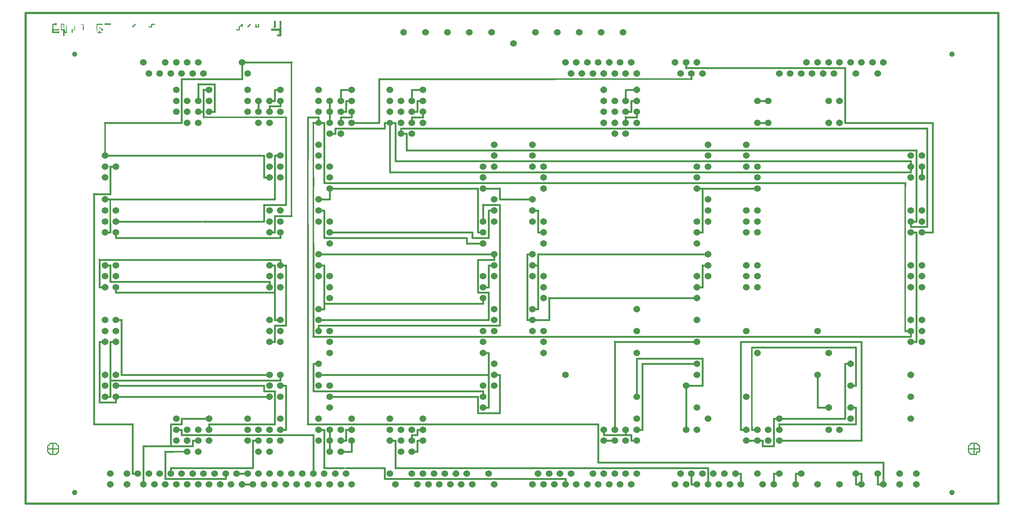
<source format=gbr>
%FSLAX33Y33*%
%MOMM*%
%SFA1.000B1.000*%

%MIA0B0*%
%IPPOS*%
%ADD10C,0.50000*%
%ADD463C,0.37202*%
%ADD1096C,1.51131*%
%ADD1238C,0.36004*%
%ADD1239C,0.34784*%
%ADD1242C,0.33606*%
%ADD1279C,0.28812*%
%ADD1283C,0.34120*%
%ADD1295C,0.27613*%
%ADD1341C,0.41998*%
%ADD2463C,0.43863*%
%ADD2493C,0.40799*%
%ADD2495C,0.40036*%
%ADD2497C,0.36083*%
%ADD2503C,0.32496*%
%ADD2525C,1.50000*%
%ADD2526C,0.49178*%
%ADD2528C,0.39582*%
%ADD2529C,0.50377*%
%ADD2530C,1.52330*%
%ADD2531C,1.53530*%
%ADD2532C,0.47978*%
%ADD2533C,0.45579*%
%ADD2534C,0.51576*%
%ADD2536C,0.46779*%
%ADD2537C,0.48202*%
%ADD2538C,0.24006*%
%ADD2539C,0.28791*%
%ADD2540C,0.39818*%
%ADD2541C,0.39590*%
%ADD2542C,0.38401*%
%ADD2543C,0.41983*%
%ADD2544C,0.39600*%
%ADD2545C,0.42409*%
%ADD2546C,0.40327*%
%ADD2547C,0.41857*%
%ADD2548C,0.39525*%
%ADD2549C,0.38395*%
%ADD2550C,0.43197*%
%ADD2551C,0.67008*%
%ADD2552C,0.43181*%
%ADD2553C,0.41504*%
%ADD2554C,0.41126*%
%ADD2555C,0.40786*%
%ADD2556C,0.42066*%
%ADD2557C,0.38851*%
%ADD2558C,0.39673*%
%ADD2559C,0.33679*%
%ADD2560C,0.27502*%
%ADD2561C,0.24176*%
%ADD2562C,0.24287*%
%ADD2563C,0.24611*%
%ADD2564C,0.24961*%
%ADD2565C,0.24369*%
%ADD2566C,0.23763*%
%ADD2567C,0.35208*%
%ADD2568C,0.30957*%
%ADD2569C,0.43338*%
%ADD2570C,0.39655*%
%ADD2571C,0.39151*%
%ADD2572C,0.40782*%
%ADD2573C,0.42203*%
%ADD2574C,0.40690*%
%ADD2575C,0.43597*%
%ADD2576C,0.40525*%
%ADD2577C,0.41635*%
%ADD2578C,0.42774*%
%ADD2579C,0.37976*%
%ADD2580C,0.39650*%
%ADD2581C,0.32794*%
%ADD2582C,0.24378*%
%ADD2583C,0.40870*%
%ADD2584C,0.46213*%
%ADD2585C,0.39945*%
%ADD2586C,0.38626*%
%ADD2587C,0.24755*%
%ADD2588C,0.25458*%
%ADD2589C,0.25808*%
%ADD2590C,0.26512*%
%ADD2591C,0.27597*%
%ADD2592C,0.29987*%
%ADD2593C,0.24800*%
%ADD2594C,0.24710*%
%ADD2595C,0.25453*%
%ADD2596C,0.25644*%
%ADD2597C,0.27618*%
%ADD2598C,0.26415*%
%ADD2599C,0.37238*%
%ADD2600C,0.36068*%
%ADD2601C,0.40958*%
%ADD2602C,0.29811*%
%ADD2603C,0.24751*%
%ADD2604C,0.24476*%
%ADD2605C,0.25217*%
%ADD2606C,0.27069*%
%ADD2607C,0.41568*%
%ADD2608C,0.26416*%
%ADD2609C,0.25843*%
%ADD2610C,0.26331*%
%ADD2611C,1.21145*%
%ADD2612C,1.22344*%
%ADD2613C,0.52776*%
%ADD2615C,0.41981*%
%ADD2618C,0.48319*%
%ADD2619C,0.57574*%
%ADD2621C,0.55175*%
%ADD2623C,0.44380*%
%ADD2624C,0.37183*%
%ADD2625C,0.40781*%
%ADD2626C,0.40892*%
%ADD2627C,0.40838*%
%ADD2628C,0.41652*%
%ADD2629C,0.40249*%
%ADD2630C,0.40537*%
%ADD2631C,0.44836*%
%ADD2632C,0.38799*%
%ADD2633C,0.35632*%
%ADD2634C,0.39437*%
%ADD2635C,0.41391*%
%ADD2636C,0.60749*%
%ADD2637C,0.60706*%
%ADD2638C,0.53653*%
%ADD2639C,0.41849*%
%ADD2640C,0.51786*%
%ADD2641C,0.50070*%
%ADD2642C,0.49368*%
%ADD2643C,0.49192*%
%ADD2644C,0.50843*%
%ADD2645C,0.44323*%
%ADD2646C,0.45516*%
%ADD2647C,0.43677*%
%ADD2648C,0.42259*%
%ADD2649C,0.46988*%
%ADD2650C,0.53594*%
%ADD2651C,0.59663*%
%ADD2652C,0.47486*%
%ADD2653C,0.44678*%
%ADD2654C,0.41011*%
%ADD2655C,0.46780*%
%ADD2656C,0.40083*%
%ADD2657C,1.43796*%
%ADD2658C,0.39618*%
%ADD2659C,1.41332*%
%ADD2660C,0.47342*%
%ADD2661C,0.23172*%
%ADD2662C,0.23667*%
%ADD2663C,0.44396*%
%ADD2664C,0.19378*%
%ADD2665C,0.18032*%
%ADD2666C,0.12054*%
%ADD2667C,0.04946*%
%ADD2668C,0.05529*%
%ADD2669C,0.33531*%
%ADD2670C,0.09670*%
%ADD2671C,0.11058*%
%ADD2672C,0.15639*%
%ADD2673C,0.22289*%
%ADD2674C,0.25201*%
%ADD2675C,0.07222*%
%ADD2676C,0.07439*%
%ADD2677C,0.21623*%
%ADD2678C,0.21757*%
%ADD2679C,0.07868*%
%ADD2680C,0.05159*%
%ADD2681C,0.05997*%
%ADD2682C,0.17238*%
%ADD2683C,0.19526*%
%ADD2684C,0.06587*%
%ADD2685C,0.08285*%
%ADD2686C,0.14651*%
%ADD2687C,0.16672*%
%ADD2688C,0.19850*%
%ADD2689C,0.37543*%
%ADD2690C,0.30909*%
%ADD2691C,0.14443*%
%ADD2692C,0.14553*%
%ADD2693C,0.13248*%
%ADD2694C,0.14673*%
%ADD2695C,0.09629*%
%ADD2696C,0.07296*%
%ADD2697C,0.11316*%
%ADD2698C,0.15290*%
%ADD2699C,0.17930*%
%ADD2700C,0.17279*%
%ADD2701C,0.18749*%
%ADD2702C,0.18810*%
%ADD2703C,0.15676*%
%ADD2704C,0.17320*%
%ADD2705C,0.16120*%
%ADD2706C,0.12293*%
%ADD2707C,0.13466*%
%ADD2708C,0.16668*%
%ADD2709C,0.10290*%
%ADD2710C,0.11729*%
%ADD2711C,0.11376*%
%ADD2712C,0.11995*%
%ADD2713C,0.16041*%
%ADD2714C,0.06116*%
%ADD2715C,0.13009*%
%ADD2716C,0.22720*%
%ADD2717C,0.25696*%
%ADD2718C,0.43263*%
%ADD2719C,0.31804*%
%ADD2720C,0.31521*%
%ADD2721C,0.26405*%
%ADD2722C,0.26502*%
%ADD2723C,0.22821*%
%ADD2724C,0.23199*%
%ADD2725C,0.26837*%
%ADD2726C,0.38213*%
%ADD2727C,0.37657*%
%ADD2728C,0.43916*%
%ADD2729C,0.40163*%
%ADD2730C,0.27411*%
%ADD2731C,0.26355*%
%ADD2732C,0.25628*%
%ADD2733C,0.25229*%
%ADD2734C,0.27085*%
%ADD2735C,0.26306*%
%ADD2736C,0.25099*%
%ADD2737C,0.25226*%
%ADD2738C,0.25329*%
%ADD2739C,0.26468*%
%ADD2740C,0.27006*%
%ADD2741C,0.41222*%
%ADD2742C,0.44741*%
%ADD2743C,0.38363*%
%ADD2744C,0.45454*%
%ADD2745C,0.40793*%
%ADD2746C,0.32402*%
%ADD2747C,0.20426*%
%ADD2748C,0.39583*%
%ADD2749C,0.44844*%
%ADD2750C,0.40790*%
%ADD2751C,1.17546*%
%ADD2752C,0.40000*%
%LN036-2.gbr*%
%LPD*%
G54D2525*
X158125Y84375D03*
X155625D03*
G54D2526*
X194375Y83125D03*
G54D2525*
X190625Y61875D03*
G54D2526*
X191875Y78125D03*
G54D2525*
X74375Y81875D03*
G54D2528*
X157500Y83125D03*
G54D2529*
X125625Y85625D03*
G54D2530*
X128125Y86875D03*
G54D2531*
X125625Y84375D03*
X123125D03*
G54D2530*
X155625Y69375D03*
G54D2532*
X191875Y34375D03*
G54D2530*
X190625Y59375D03*
Y34375D03*
X153125Y49375D03*
X141875Y59375D03*
G54D2531*
Y69375D03*
X106875Y59375D03*
X104375Y64375D03*
X95625D03*
X58125Y59375D03*
G54D2533*
X103750Y39375D03*
G54D2534*
X108125Y44375D03*
G54D2531*
X104375Y54375D03*
X141875Y44375D03*
G54D2532*
X78125Y86875D03*
G54D2530*
X79375Y89375D03*
X76875Y86875D03*
X63125Y89375D03*
X60625Y86875D03*
X58125D03*
Y89375D03*
Y84375D03*
X46875Y89375D03*
X44375Y86875D03*
G54D2526*
X45625Y66875D03*
G54D2530*
X46875Y76875D03*
G54D1239*
X41250Y106250D03*
G54D2530*
X41875Y89375D03*
Y86875D03*
G54D2526*
X29375Y91875D03*
G54D2530*
X30625D03*
G54D2526*
X43125Y61875D03*
G54D2531*
X9375D03*
G54D1096*
X28125Y86875D03*
G54D2530*
X55625Y64375D03*
G54D2531*
X93125Y56875D03*
X44375Y51875D03*
G54D2530*
X46875Y39375D03*
G54D2532*
X9375Y45625D03*
G54D2530*
Y46875D03*
G54D2531*
X6875Y66875D03*
Y59375D03*
G54D2532*
X10625Y39375D03*
G54D2530*
X9375D03*
X44375Y26875D03*
X169375D03*
G54D2531*
X171875Y19375D03*
G54D2526*
X178125Y33125D03*
G54D2530*
X176875Y24375D03*
X155625Y14375D03*
G54D2529*
X129375D03*
G54D2531*
X141875Y29375D03*
G54D2530*
X128125Y14375D03*
X93125Y31875D03*
X139375Y24375D03*
X128125Y21875D03*
X139375Y14375D03*
G54D2536*
X96875Y18125D03*
G54D2526*
X91875Y21875D03*
G54D2531*
X95625Y26875D03*
G54D2530*
X58125Y21875D03*
X93125Y19375D03*
X55625Y26875D03*
G54D2532*
X151875Y14375D03*
G54D2530*
X160625Y11875D03*
X153125Y14375D03*
X128125Y11875D03*
X165625Y4375D03*
G54D1096*
X164375Y1875D03*
G54D2531*
X150625Y4375D03*
G54D2530*
X151875Y1875D03*
X144375D03*
G54D2531*
X71875Y11875D03*
G54D2530*
X140625Y4375D03*
X141875Y1875D03*
X125625Y14375D03*
X120625D03*
X111875Y1875D03*
X55625Y14375D03*
G54D2531*
X46875Y24375D03*
G54D2530*
Y14375D03*
X9375Y21875D03*
G54D2537*
Y20625D03*
G54D2531*
X44375Y21875D03*
X6875Y34375D03*
X9375Y24375D03*
G54D2530*
X30625Y14375D03*
X79375Y11875D03*
X76875Y9375D03*
G54D2526*
X61875Y14375D03*
G54D2531*
X63125D03*
X60625Y11875D03*
G54D2530*
X58125D03*
Y14375D03*
Y9375D03*
G54D2532*
X54375Y13125D03*
G54D2530*
Y4375D03*
X23125Y14375D03*
X25625D03*
G54D2532*
X20625Y9375D03*
G54D2536*
Y3125D03*
G54D2530*
X25625Y9375D03*
X34375Y4375D03*
X39375D03*
X36875D03*
G54D2531*
X11875Y1875D03*
G54D2540*
X156250Y84375D03*
G54D2544*
X191875Y78125D03*
Y78125D03*
G54D2493*
X75625D03*
G54D2547*
Y78125D03*
G54D2548*
Y78125D03*
G54D2493*
X125625Y85625D03*
Y85625D03*
G54D2551*
X106875Y59375D03*
G54D1341*
X104375Y39375D03*
G54D2553*
X108125D03*
G54D2554*
Y39375D03*
G54D2493*
Y44375D03*
G54D1341*
Y44375D03*
G54D2551*
X141875D03*
G54D2540*
X78125Y86875D03*
G54D2556*
X44375Y88125D03*
G54D2546*
Y88125D03*
G54D2558*
X15625Y66875D03*
G54D2559*
X41875Y106875D03*
G54D2561*
Y106250D03*
X41250D03*
G54D2562*
Y106250D03*
Y106250D03*
G54D2563*
X40000Y106875D03*
G54D2564*
X39375Y106250D03*
G54D2565*
X13750Y106875D03*
G54D2563*
X13125Y106250D03*
G54D2567*
X7500Y106875D03*
G54D1341*
X43125Y65625D03*
G54D2569*
Y65625D03*
G54D2544*
Y65625D03*
G54D463*
X28750Y61875D03*
G54D2571*
X61875Y58125D03*
Y58125D03*
G54D2493*
X72500D03*
G54D2544*
X75625D03*
X77500D03*
X81250D03*
G54D2493*
X82500D03*
G54D2542*
X32500Y45625D03*
G54D2544*
X27500D03*
G54D2542*
X169375Y19375D03*
G54D2575*
Y19375D03*
G54D2556*
Y19375D03*
G54D2577*
X154375Y14375D03*
G54D2556*
Y14375D03*
G54D2544*
X128125Y30625D03*
G54D2554*
Y30625D03*
G54D2463*
Y30625D03*
G54D1341*
Y30625D03*
X143125D03*
G54D2574*
Y30625D03*
G54D2493*
X91875Y18125D03*
G54D2547*
Y18125D03*
G54D2548*
Y18125D03*
G54D2544*
X80000Y26875D03*
X75000D03*
X73125Y11875D03*
G54D2578*
Y11875D03*
G54D2543*
Y11875D03*
G54D2544*
X140625Y1875D03*
G54D2573*
Y1875D03*
G54D2493*
X108125Y3125D03*
X107500D03*
X105625D03*
G54D2544*
X103750D03*
X101875D03*
X99375D03*
X98125D03*
X95625D03*
X90000D03*
G54D2573*
X70625D03*
G54D2580*
Y3125D03*
G54D2581*
X61875Y5625D03*
G54D2583*
X56875D03*
G54D2578*
Y5625D03*
G54D2584*
Y5625D03*
G54D2546*
Y5625D03*
G54D2544*
X29375Y21875D03*
X27500Y24375D03*
G54D2574*
X43125Y23125D03*
G54D2553*
Y23125D03*
G54D2544*
X78125Y9375D03*
G54D2556*
Y9375D03*
G54D2553*
X61875Y14375D03*
G54D2544*
Y14375D03*
G54D2556*
Y11875D03*
G54D2542*
X58125D03*
G54D2589*
X-4375Y11250D03*
G54D2591*
X-5000D03*
G54D2592*
Y11250D03*
G54D2594*
X-3750Y9375D03*
G54D2597*
X-5000Y8750D03*
G54D1238*
X22500Y9375D03*
G54D2583*
X20625D03*
G54D2601*
Y9375D03*
G54D2542*
Y9375D03*
Y9375D03*
G54D2602*
X-5000Y11250D03*
G54D2591*
Y11250D03*
G54D2603*
X-6250Y10625D03*
G54D2605*
Y10000D03*
G54D2606*
Y10000D03*
G54D2607*
X-5000D03*
G54D2608*
X-6250D03*
G54D2609*
X-5625Y8750D03*
G54D2591*
X-5000D03*
G54D2611*
X200000Y100000D03*
G54D2530*
X179375Y98125D03*
X183125Y95625D03*
X176875Y98125D03*
X174375Y89375D03*
X173125Y95625D03*
X166875Y98125D03*
G54D2531*
X170625Y95625D03*
X171875Y84375D03*
G54D2530*
X160625Y95625D03*
X143125D03*
G54D2531*
X144375Y79375D03*
X128125Y95625D03*
X125625D03*
G54D2530*
X124375Y98125D03*
G54D2531*
X128125Y84375D03*
G54D2530*
X120000Y105000D03*
X123125Y89375D03*
G54D2531*
X120625D03*
G54D2530*
X115000Y105000D03*
X110000D03*
X95000D03*
X100000Y102500D03*
X123125Y86875D03*
X120625D03*
X95625Y79375D03*
X193125Y76875D03*
Y64375D03*
G54D2531*
X190625Y71875D03*
G54D2530*
X155625D03*
X153125Y76875D03*
X144375D03*
X190625Y64375D03*
X153125D03*
G54D2531*
X193125Y51875D03*
G54D2530*
Y46875D03*
X155625Y59375D03*
Y51875D03*
X153125Y61875D03*
G54D2531*
X144375D03*
X190625Y46875D03*
Y39375D03*
G54D2530*
X155625Y46875D03*
X144375Y49375D03*
X153125Y46875D03*
X141875Y71875D03*
G54D2531*
X106875D03*
G54D2530*
X141875Y56875D03*
G54D2531*
X106875Y61875D03*
G54D2530*
X104375Y76875D03*
G54D2531*
Y74375D03*
X95625Y76875D03*
G54D2530*
Y61875D03*
G54D2531*
X141875Y49375D03*
G54D2530*
Y39375D03*
G54D2531*
X106875Y46875D03*
Y44375D03*
X104375Y49375D03*
X95625D03*
G54D2530*
Y39375D03*
X85000Y105000D03*
X74375Y89375D03*
G54D2531*
Y86875D03*
X79375Y84375D03*
G54D2530*
X71875Y89375D03*
X55625Y86875D03*
G54D2531*
X93125Y71875D03*
G54D2530*
X55625Y79375D03*
X58125Y74375D03*
X55625D03*
X46875D03*
G54D1096*
X39375Y95625D03*
G54D2530*
X29375D03*
X28125Y98125D03*
X25625D03*
G54D1096*
X26875Y95625D03*
G54D2530*
X15625Y98125D03*
X24375Y95625D03*
G54D1096*
X16875D03*
G54D2530*
X39375Y86875D03*
X44375Y84375D03*
Y74375D03*
X30625Y89375D03*
G54D1096*
X23125Y91875D03*
G54D2530*
X25625Y89375D03*
G54D1096*
X23125D03*
G54D2530*
X6875Y71875D03*
G54D2531*
X46875Y64375D03*
G54D2530*
X55625Y61875D03*
X58125Y49375D03*
G54D2531*
X46875D03*
X44375D03*
X58125Y46875D03*
G54D2530*
X9375Y64375D03*
X6875Y61875D03*
X9375Y51875D03*
X6875Y39375D03*
X193125Y36875D03*
X169375D03*
X171875Y31875D03*
X190625Y21875D03*
X128125Y31875D03*
G54D2531*
X106875D03*
G54D2530*
X93125Y36875D03*
G54D2531*
X95625Y29375D03*
G54D2530*
X111875Y26875D03*
X95625Y24375D03*
X93125D03*
X176875Y16875D03*
X158125Y11875D03*
X144375Y16875D03*
X141875Y14375D03*
X188125Y4375D03*
X155625D03*
G54D2531*
X191875Y1875D03*
G54D2530*
X174375D03*
X146875D03*
X139375D03*
G54D2531*
X138125Y4375D03*
G54D2530*
X136875Y1875D03*
X123125Y4375D03*
X125625D03*
X128125D03*
X118125D03*
X113125D03*
X108125D03*
X126875Y1875D03*
X121875D03*
X119375D03*
X116875D03*
X114375D03*
X106875D03*
X89375Y4375D03*
G54D2531*
X86875D03*
G54D2530*
X104375Y1875D03*
X58125Y34375D03*
Y31875D03*
X55625Y24375D03*
X46875Y34375D03*
G54D2531*
X44375Y36875D03*
G54D2530*
X79375Y16875D03*
X71875D03*
G54D1096*
X63125D03*
G54D2530*
X46875D03*
X55625D03*
X39375D03*
G54D2531*
X9375Y26875D03*
G54D2530*
X6875Y24375D03*
X23125Y16875D03*
X76875Y14375D03*
X74375Y11875D03*
X71875Y4375D03*
X83125Y1875D03*
X80625D03*
X78125D03*
X73125D03*
X61875Y4375D03*
X59375D03*
G54D1096*
X60625Y1875D03*
X56875Y4375D03*
G54D2530*
X51875D03*
X49375D03*
X44375Y14375D03*
X41875D03*
X44375Y9375D03*
X41875D03*
X28125Y14375D03*
X46875Y4375D03*
X31875D03*
G54D1096*
X45625Y1875D03*
G54D2530*
X48125D03*
X35625D03*
X30625D03*
X19375Y4375D03*
X23125Y1875D03*
X20625D03*
X18125D03*
G54D2531*
X8125D03*
G54D2612*
X0Y0D03*
G54D2613*
X139375Y96875D03*
G54D2530*
Y98125D03*
X193125Y59375D03*
X140625Y95625D03*
X63125Y84375D03*
G54D2531*
X128125Y91875D03*
X125625Y89375D03*
X128125D03*
G54D2530*
X125625Y86875D03*
G54D2531*
X193125Y74375D03*
Y71875D03*
X144375Y54375D03*
G54D2534*
X96875Y69375D03*
G54D2531*
X104375Y66875D03*
X93125Y69375D03*
G54D2530*
X95625Y66875D03*
X58125Y69375D03*
G54D2529*
Y66875D03*
G54D2530*
X93125Y59375D03*
G54D2531*
X55625Y66875D03*
G54D2530*
X95625Y54375D03*
G54D2532*
X93125Y65625D03*
G54D2534*
X96875Y38125D03*
G54D2530*
X93125Y61875D03*
X55625Y36875D03*
X79375Y91875D03*
X76875Y89375D03*
X63125Y91875D03*
X60625Y89375D03*
G54D2615*
X46250Y104375D03*
G54D2530*
X46875Y91875D03*
X44375Y89375D03*
G54D2531*
X79375Y86875D03*
G54D2530*
X76875Y84375D03*
X63125Y86875D03*
X60625Y84375D03*
X190625Y74375D03*
G54D2526*
Y73125D03*
G54D2530*
X58125Y81875D03*
G54D2536*
X54375Y84375D03*
Y35625D03*
G54D2526*
X190625D03*
G54D2529*
X53125Y15625D03*
G54D2618*
X119375Y6875D03*
G54D2530*
X184375Y1875D03*
X183125Y4375D03*
X38125Y98125D03*
G54D2536*
X49375D03*
G54D2526*
Y63125D03*
G54D2531*
X44375Y59375D03*
G54D2536*
X24375Y84375D03*
G54D2526*
X6875D03*
G54D2530*
Y76875D03*
G54D2531*
X44375Y71875D03*
G54D2619*
X5625Y105000D03*
G54D2536*
X6250Y105625D03*
G54D2621*
X-4375Y106875D03*
G54D2532*
X-3750Y105000D03*
G54D2623*
Y105625D03*
G54D2624*
X-2500Y104375D03*
G54D2526*
X28125Y93125D03*
G54D2529*
X31875Y86875D03*
G54D2530*
X28125Y89375D03*
X30625Y86875D03*
G54D2536*
X8125Y74375D03*
G54D2529*
X4375Y68125D03*
G54D2526*
X13125Y15625D03*
G54D2531*
X9375Y74375D03*
G54D2530*
X14375Y4375D03*
X46875Y59375D03*
X9375D03*
X155625Y49375D03*
X190625Y36875D03*
G54D2531*
X144375Y51875D03*
X141875Y46875D03*
G54D2532*
X123125Y34375D03*
G54D2530*
X141875D03*
X123125Y14375D03*
G54D2532*
X105625Y41875D03*
G54D2530*
X104375D03*
G54D2531*
Y51875D03*
G54D2534*
X95625Y53125D03*
G54D2530*
X55625Y39375D03*
Y54375D03*
X95625Y51875D03*
X93125Y46875D03*
G54D2532*
Y43125D03*
G54D2530*
Y44375D03*
X95625Y36875D03*
G54D2529*
X175625Y16875D03*
G54D2530*
X160625D03*
G54D2529*
X159375Y10625D03*
G54D2625*
X156875Y11875D03*
G54D2531*
X176875Y29375D03*
G54D2530*
X153125Y11875D03*
G54D2529*
X160625Y15625D03*
G54D2530*
X176875Y19375D03*
X160625Y14375D03*
X174375D03*
X158125D03*
X179375Y1875D03*
X178125Y4375D03*
X160625D03*
G54D1096*
X159375Y1875D03*
G54D2530*
X93125Y21875D03*
X55625Y29375D03*
X125625Y11875D03*
X123125D03*
X120625D03*
X81875Y4375D03*
X55625Y41875D03*
Y51875D03*
G54D2526*
X8125D03*
Y48125D03*
X44375D03*
G54D2531*
X6875Y51875D03*
X44375Y46875D03*
G54D2526*
X48125Y38125D03*
G54D2530*
X46875Y51875D03*
G54D2529*
X5625Y53125D03*
G54D2530*
X44375Y34375D03*
G54D2531*
X6875Y46875D03*
X9375Y34375D03*
G54D2530*
X46875Y26875D03*
G54D2625*
X77500Y13125D03*
G54D2531*
X79375Y14375D03*
G54D2530*
X76875Y11875D03*
X63125D03*
X60625Y9375D03*
Y14375D03*
X41875Y11875D03*
X21875Y4375D03*
X40625Y1875D03*
G54D2531*
X38125D03*
X30625Y16875D03*
G54D2526*
X8125Y21875D03*
G54D2530*
X6875D03*
G54D2531*
X30625Y11875D03*
G54D2532*
X26875Y10625D03*
G54D2530*
X28125Y11875D03*
G54D1096*
X15625Y1875D03*
G54D2627*
X126875Y86875D03*
G54D1341*
Y86875D03*
G54D2493*
X104375Y66875D03*
G54D2544*
X96875Y69375D03*
Y69375D03*
X58125Y66875D03*
Y66875D03*
G54D2493*
X96875Y38125D03*
Y38125D03*
G54D2540*
X62500D03*
G54D2628*
X46875Y107500D03*
G54D2544*
Y106875D03*
G54D2630*
Y106875D03*
G54D2631*
Y106875D03*
G54D2632*
Y106875D03*
G54D2634*
Y106250D03*
G54D2636*
Y105625D03*
G54D2637*
Y105625D03*
G54D2641*
X46250D03*
G54D2642*
Y105625D03*
G54D2645*
X45625Y107500D03*
G54D2646*
Y106875D03*
G54D2647*
Y106875D03*
G54D2649*
Y106250D03*
G54D2650*
Y106250D03*
G54D2651*
X45000Y105625D03*
G54D2623*
Y105625D03*
G54D2493*
X45625Y89375D03*
G54D2652*
Y89375D03*
G54D2653*
Y89375D03*
G54D2654*
Y89375D03*
G54D2495*
X79375Y85625D03*
G54D2655*
Y85625D03*
G54D1341*
Y85625D03*
G54D2553*
X76875D03*
G54D2555*
Y85625D03*
G54D2657*
X71875Y84375D03*
G54D2544*
X85625Y75625D03*
X92500D03*
G54D2493*
X107500D03*
G54D2495*
X108750D03*
G54D2544*
X116875D03*
X121875D03*
X123750D03*
G54D2558*
X125625D03*
G54D2544*
X151875D03*
G54D2493*
X153125D03*
G54D2544*
X160000D03*
X170000D03*
G54D2493*
X185625Y73125D03*
G54D2544*
X163750D03*
G54D2495*
X157500D03*
G54D2544*
X151875D03*
G54D2493*
X144375D03*
G54D2544*
X139375D03*
X135000D03*
X125000D03*
X119375D03*
G54D2540*
X118125D03*
G54D2555*
X105000D03*
G54D2493*
X98125D03*
X93125D03*
G54D2659*
X55625Y84375D03*
G54D2542*
X96250Y70625D03*
G54D2547*
X189375D03*
G54D2544*
X54375Y35625D03*
Y35625D03*
G54D2493*
Y35625D03*
G54D2544*
X61250D03*
X62500D03*
X53125Y15625D03*
Y15625D03*
X70000D03*
X80625D03*
X84375D03*
X86875D03*
G54D2540*
X90625D03*
G54D2544*
X93125D03*
G54D2555*
X96875D03*
G54D2558*
X100625D03*
G54D2546*
X104375D03*
G54D2493*
X113125D03*
G54D2570*
X139375Y6875D03*
G54D2544*
X145625D03*
X148125D03*
X151875D03*
X157500D03*
X160000D03*
X162500D03*
X171875D03*
G54D2556*
X183125Y1875D03*
G54D2660*
Y1875D03*
G54D2544*
Y1875D03*
G54D2662*
X36875Y105625D03*
G54D2544*
X45625Y59375D03*
G54D2663*
Y59375D03*
G54D2573*
Y59375D03*
G54D2542*
X24375Y84375D03*
Y84375D03*
G54D2553*
X43125Y76875D03*
G54D2558*
Y76875D03*
G54D1295*
X5625Y106875D03*
G54D2664*
X5000D03*
G54D2666*
Y105625D03*
Y105625D03*
G54D2668*
X5625Y105000D03*
G54D2669*
X6250D03*
G54D2671*
X1875Y106875D03*
G54D2672*
Y106875D03*
G54D2673*
Y106250D03*
G54D2598*
Y105625D03*
G54D1242*
X0Y106250D03*
G54D2676*
X5625D03*
G54D2677*
X0D03*
G54D2678*
Y106250D03*
G54D2672*
Y105625D03*
G54D2679*
Y106250D03*
G54D2680*
Y106250D03*
G54D2681*
X-625Y105625D03*
G54D2682*
Y105625D03*
Y105625D03*
Y105625D03*
G54D2683*
Y105000D03*
G54D2684*
X-1875Y106875D03*
G54D2685*
Y106875D03*
Y106875D03*
Y106875D03*
G54D2686*
Y106250D03*
Y105625D03*
G54D2687*
Y105625D03*
G54D1279*
X-4375Y106875D03*
Y106875D03*
Y106875D03*
X-5000D03*
G54D2690*
Y106250D03*
G54D2691*
X-2500D03*
G54D2692*
Y106250D03*
G54D2693*
Y106250D03*
G54D2695*
Y106875D03*
G54D2696*
Y106875D03*
G54D2697*
Y106875D03*
G54D2698*
Y106875D03*
G54D2699*
Y106875D03*
G54D2701*
X-3125D03*
G54D2702*
Y106875D03*
G54D2703*
Y106875D03*
G54D2704*
Y106875D03*
G54D2706*
Y106250D03*
G54D2707*
Y106250D03*
G54D2709*
X-2500D03*
G54D2711*
Y105625D03*
G54D2712*
Y105625D03*
G54D2713*
Y105625D03*
G54D2714*
Y105625D03*
G54D2715*
Y105625D03*
G54D2716*
X-5000Y106250D03*
G54D2718*
Y105625D03*
G54D2719*
Y105625D03*
G54D2720*
Y105625D03*
G54D2722*
X-4375D03*
Y105625D03*
G54D2582*
X-625D03*
G54D2724*
Y105000D03*
G54D2725*
X-2500Y105625D03*
G54D2727*
Y105000D03*
G54D2544*
X28125Y93125D03*
G54D2558*
Y93125D03*
Y93125D03*
G54D2493*
X4375Y68125D03*
G54D2544*
Y68125D03*
X13125Y15625D03*
Y15625D03*
Y15625D03*
G54D1341*
X143125Y51875D03*
G54D2728*
Y51875D03*
G54D2544*
Y51875D03*
G54D2493*
X123125Y34375D03*
Y34375D03*
G54D2544*
X105625Y41875D03*
Y41875D03*
G54D2493*
X95625Y53125D03*
G54D1341*
Y53125D03*
G54D2544*
X94375Y39375D03*
G54D2663*
Y39375D03*
G54D1341*
Y39375D03*
G54D2729*
X83125D03*
G54D2544*
X81250D03*
X76250D03*
G54D1341*
X95625Y51875D03*
G54D2544*
X175625Y16875D03*
Y16875D03*
X159375Y10625D03*
G54D2493*
Y10625D03*
G54D2583*
X160625Y15625D03*
G54D2544*
Y15625D03*
G54D2731*
X204375Y11250D03*
G54D2733*
X206250Y10625D03*
G54D2736*
Y9375D03*
G54D2739*
X204375Y8750D03*
G54D2741*
X179375Y4375D03*
G54D2573*
Y4375D03*
G54D2742*
Y4375D03*
G54D2583*
X159375D03*
G54D2569*
Y4375D03*
G54D2544*
Y4375D03*
G54D2546*
X80000Y23125D03*
G54D1341*
X8125Y51875D03*
G54D2493*
Y51875D03*
Y51875D03*
G54D2546*
X28125Y48125D03*
G54D2544*
X34375D03*
X36250D03*
G54D2543*
X45625Y34375D03*
G54D2744*
Y34375D03*
G54D2493*
Y34375D03*
G54D2540*
X11875Y53125D03*
G54D2493*
X5625D03*
G54D2544*
Y53125D03*
Y53125D03*
G54D2493*
X15625Y25625D03*
X76875Y13125D03*
Y13125D03*
Y13125D03*
G54D2746*
X61875Y9375D03*
G54D2747*
Y9375D03*
G54D2746*
Y9375D03*
G54D2748*
Y9375D03*
G54D2654*
X40625Y11875D03*
G54D2749*
Y11875D03*
G54D2586*
Y11875D03*
G54D2654*
X21875Y5625D03*
G54D2627*
Y5625D03*
G54D2493*
Y4375D03*
G54D2544*
X8125Y21875D03*
Y21875D03*
Y21875D03*
G54D2530*
X184375Y98125D03*
X181875D03*
X174375D03*
X171875D03*
X169375D03*
X178125Y95625D03*
X168125D03*
X171875Y89375D03*
G54D2531*
X141875Y98125D03*
G54D2530*
X165625Y95625D03*
X163125D03*
X190625Y76875D03*
G54D2531*
X174375Y84375D03*
G54D2530*
X153125Y79375D03*
X126875Y98125D03*
X125000Y105000D03*
G54D2531*
X136875Y98125D03*
G54D2530*
X138125Y95625D03*
G54D2531*
X121875Y98125D03*
G54D2530*
X119375D03*
X123125Y95625D03*
G54D2531*
X120625D03*
G54D2530*
X116875Y98125D03*
X114375D03*
X118125Y95625D03*
G54D2531*
X115625D03*
G54D2530*
X105000Y105000D03*
X90000D03*
X111875Y98125D03*
G54D2531*
X113125Y95625D03*
G54D2530*
X125625Y81875D03*
G54D2531*
X123125D03*
X120625Y91875D03*
Y84375D03*
X104375Y79375D03*
G54D2530*
X155625Y74375D03*
G54D2531*
X153125D03*
G54D2530*
X144375D03*
X141875D03*
G54D2531*
X193125Y61875D03*
G54D2530*
X155625Y64375D03*
G54D2531*
X144375Y66875D03*
G54D2530*
Y64375D03*
X155625Y61875D03*
X153125Y59375D03*
X141875Y61875D03*
G54D2531*
X106875Y74375D03*
X95625D03*
G54D2530*
X93125D03*
G54D2531*
X106875Y69375D03*
Y56875D03*
G54D2530*
X104375Y61875D03*
X80000Y105000D03*
G54D1096*
X75000D03*
G54D2530*
X71875Y91875D03*
X55625D03*
Y89375D03*
G54D2531*
X71875Y86875D03*
X74375Y84375D03*
G54D2530*
X76875Y81875D03*
X46875Y86875D03*
G54D2531*
X60625Y81875D03*
G54D1096*
X23125Y98125D03*
X20625D03*
G54D2751*
X0Y100000D03*
G54D1096*
X39375Y91875D03*
G54D2530*
Y89375D03*
X41875Y84375D03*
X28125D03*
G54D2531*
X25625Y86875D03*
G54D1096*
X21875Y95625D03*
X19375D03*
G54D2530*
X23125Y86875D03*
X25625Y84375D03*
X55625Y76875D03*
X58125Y71875D03*
Y61875D03*
Y56875D03*
X44375Y76875D03*
X46875Y71875D03*
X6875Y74375D03*
X46875Y61875D03*
X44375Y64375D03*
G54D2531*
Y61875D03*
G54D2530*
X6875Y64375D03*
G54D2531*
X190625Y51875D03*
X193125Y49375D03*
X190625D03*
X153125Y51875D03*
X193125Y39375D03*
G54D2530*
X153125Y36875D03*
G54D2531*
X128125Y41875D03*
G54D2530*
Y36875D03*
X193125Y34375D03*
G54D2531*
X106875Y49375D03*
G54D2530*
X93125D03*
X106875Y36875D03*
X104375D03*
X95625Y41875D03*
G54D2531*
X106875Y34375D03*
G54D2530*
X93125D03*
G54D2531*
X190625Y26875D03*
G54D2530*
Y16875D03*
X171875Y14375D03*
G54D2531*
X155625Y31875D03*
G54D2530*
X191875Y4375D03*
G54D2531*
X188125Y1875D03*
G54D2612*
X200000Y0D03*
G54D2530*
X169375Y1875D03*
X156875D03*
X141875Y26875D03*
X153125Y21875D03*
X141875Y19375D03*
X128125Y16875D03*
X148125Y4375D03*
G54D2531*
X145625D03*
G54D2530*
X143125D03*
X149375Y1875D03*
G54D2531*
X120625Y4375D03*
X105625D03*
G54D2530*
X94375D03*
X84375D03*
X110625D03*
X124375Y1875D03*
X109375D03*
X95625D03*
X90625D03*
X88125D03*
X85625D03*
X58125Y44375D03*
G54D2531*
X55625Y49375D03*
G54D2530*
X58125Y36875D03*
G54D2531*
X9375Y49375D03*
G54D2530*
X6875D03*
G54D2531*
X46875Y46875D03*
Y36875D03*
G54D2530*
X44375Y39375D03*
X9375Y36875D03*
X6875D03*
X58125Y24375D03*
Y19375D03*
X46875Y21875D03*
G54D2531*
X44375Y24375D03*
G54D2530*
X74375Y14375D03*
X71875D03*
X74375Y9375D03*
X79375Y4375D03*
X76875D03*
X63125Y1875D03*
X58125D03*
X55625Y11875D03*
X46875D03*
X44375D03*
X39375D03*
X44375Y4375D03*
X55625Y1875D03*
X53125D03*
X50625D03*
X43125D03*
X41875Y4375D03*
X39375Y14375D03*
G54D2531*
X25625Y11875D03*
G54D2530*
X23125D03*
G54D2531*
X6875Y26875D03*
G54D2530*
X28125Y9375D03*
X29375Y4375D03*
X33125Y1875D03*
X28125D03*
G54D2531*
X26875Y4375D03*
G54D2530*
X24375D03*
X25625Y1875D03*
X16875Y4375D03*
X11875D03*
X8125D03*
X104375Y39375D03*
X158125Y89375D03*
X155625D03*
Y11875D03*
G54D10*
X210625Y109375D02*
G01Y-2500D01*
Y-2500D02*
G01X-11250D01*
Y-2500D02*
G01Y109375D01*
Y109375D02*
G01X210625D01*
G54D2538*
X158125Y84375D02*
G01X157500D01*
G54D2539*
X158125D02*
G01X157500D01*
G54D2540*
X156250D02*
G01X155625D01*
G54D2541*
X157500Y83125D02*
G01X194375D01*
G54D2542*
Y83125D02*
G01Y81875D01*
Y81875D02*
G01Y60625D01*
G54D2543*
Y60625D02*
G01X190625D01*
G54D2544*
Y60625D02*
G01Y61875D01*
G54D2545*
Y61875D02*
G01X191875D01*
G54D2542*
Y61875D02*
G01Y77500D01*
G54D2544*
Y77500D02*
G01Y78125D01*
G54D2542*
Y78125D02*
G01X95000D01*
G54D2544*
Y78125D02*
G01X91250D01*
Y78125D02*
G01X81250D01*
G54D2546*
Y78125D02*
G01X75625D01*
G54D2542*
Y78125D02*
G01Y78750D01*
Y78750D02*
G01Y81875D01*
G54D2544*
Y81875D02*
G01X74375D01*
G54D2493*
Y81875D02*
G01Y83125D01*
G54D2549*
Y83125D02*
G01X157500D01*
G54D2544*
X128125Y86875D02*
G01Y85625D01*
Y85625D02*
G01X125625D01*
G54D2493*
Y85625D02*
G01Y84375D01*
G54D2544*
X155625Y69375D02*
G01X143125D01*
G54D2550*
X190625Y59375D02*
G01X191875D01*
G54D2542*
Y59375D02*
G01Y34375D01*
G54D2493*
Y34375D02*
G01X190625D01*
G54D2542*
X143125Y69375D02*
G01Y59375D01*
G54D1341*
Y59375D02*
G01X141875D01*
X143125Y69375D02*
G01X141875D01*
G54D2552*
X106875Y59375D02*
G01X105625D01*
G54D2544*
Y59375D02*
G01Y64375D01*
G54D1341*
Y64375D02*
G01X104375D01*
X95625D02*
G01X94375D01*
G54D2544*
Y64375D02*
G01Y58125D01*
G54D2493*
Y58125D02*
G01X90625D01*
G54D2544*
Y58125D02*
G01Y59375D01*
Y59375D02*
G01X59375D01*
G54D2493*
Y59375D02*
G01X58125D01*
G54D1341*
X104375Y54375D02*
G01X103125D01*
G54D2542*
Y54375D02*
G01Y39375D01*
G54D2544*
Y39375D02*
G01X104375D01*
G54D1341*
Y39375D02*
G01X105000D01*
G54D2493*
Y39375D02*
G01X107500D01*
Y39375D02*
G01X108125D01*
G54D2544*
Y39375D02*
G01Y40000D01*
G54D2542*
Y40000D02*
G01Y44375D01*
G54D2544*
Y44375D02*
G01X138750D01*
Y44375D02*
G01X141875D01*
G54D2543*
X79375Y89375D02*
G01X78125D01*
G54D2542*
Y89375D02*
G01Y86875D01*
G54D2543*
Y86875D02*
G01X76875D01*
X63125Y89375D02*
G01X61875D01*
G54D2542*
Y89375D02*
G01Y86875D01*
G54D2493*
Y86875D02*
G01X60625D01*
G54D2542*
X58125Y89375D02*
G01Y84375D01*
G54D2555*
X46875Y89375D02*
G01Y88125D01*
G54D2544*
Y88125D02*
G01X44375D01*
Y88125D02*
G01Y87500D01*
Y87500D02*
G01Y86875D01*
G54D1341*
X46875Y76875D02*
G01X45625D01*
G54D2542*
Y76875D02*
G01Y66875D01*
G54D2544*
Y66875D02*
G01X43125D01*
G54D2542*
Y66875D02*
G01X30000D01*
G54D2544*
Y66875D02*
G01X29375D01*
Y66875D02*
G01X27500D01*
Y66875D02*
G01X25000D01*
G54D2557*
Y66875D02*
G01X23750D01*
G54D2544*
Y66875D02*
G01X23125D01*
Y66875D02*
G01X20625D01*
Y66875D02*
G01X20000D01*
Y66875D02*
G01X19375D01*
Y66875D02*
G01X18750D01*
Y66875D02*
G01X18125D01*
Y66875D02*
G01X17500D01*
Y66875D02*
G01X16875D01*
Y66875D02*
G01X16250D01*
Y66875D02*
G01X15625D01*
G54D2555*
Y66875D02*
G01X15000D01*
G54D2540*
Y66875D02*
G01X13750D01*
G54D2555*
Y66875D02*
G01X12500D01*
G54D2544*
Y66875D02*
G01X11250D01*
G54D2493*
Y66875D02*
G01X10000D01*
Y66875D02*
G01X8125D01*
G54D2560*
X41875Y106875D02*
G01Y106250D01*
G54D2561*
Y106250D02*
G01X41250D01*
G54D2562*
Y106250D02*
G01Y106875D01*
Y106875D02*
G01Y106250D01*
G54D2563*
X40000Y106875D02*
G01X39375Y106250D01*
G54D2566*
X13750Y106875D02*
G01X13125Y106250D01*
G54D2567*
X6875Y106875D02*
G01X7500D01*
Y106875D02*
G01X8125D01*
G54D2568*
Y106875D02*
G01X7500D01*
G54D2542*
X41875Y89375D02*
G01Y88125D01*
Y88125D02*
G01Y86875D01*
G54D2493*
X30625Y91875D02*
G01X29375D01*
G54D2542*
Y91875D02*
G01Y86875D01*
G54D2544*
Y86875D02*
G01Y85625D01*
G54D463*
Y85625D02*
G01X48125D01*
G54D2542*
Y85625D02*
G01Y70000D01*
Y70000D02*
G01Y65625D01*
G54D2544*
Y65625D02*
G01X43125D01*
G54D2542*
Y65625D02*
G01Y61875D01*
G54D2544*
Y61875D02*
G01X29375D01*
G54D463*
Y61875D02*
G01X28750D01*
G54D2544*
Y61875D02*
G01X21250D01*
Y61875D02*
G01X20625D01*
Y61875D02*
G01X20000D01*
Y61875D02*
G01X19375D01*
Y61875D02*
G01X18125D01*
Y61875D02*
G01X16875D01*
Y61875D02*
G01X16250D01*
Y61875D02*
G01X15625D01*
Y61875D02*
G01X13125D01*
G54D2570*
Y61875D02*
G01X9375D01*
G54D2493*
X29375Y86875D02*
G01X28125D01*
G54D1341*
X55625Y64375D02*
G01X56875D01*
G54D2542*
Y64375D02*
G01Y58125D01*
G54D2493*
Y58125D02*
G01X61875D01*
G54D2572*
Y58125D02*
G01X65625D01*
G54D2544*
Y58125D02*
G01X67500D01*
Y58125D02*
G01X72500D01*
G54D2558*
Y58125D02*
G01X73750D01*
G54D2546*
Y58125D02*
G01X75000D01*
G54D2544*
Y58125D02*
G01X75625D01*
Y58125D02*
G01X76875D01*
Y58125D02*
G01X77500D01*
Y58125D02*
G01X79375D01*
Y58125D02*
G01X80625D01*
Y58125D02*
G01X81250D01*
G54D2493*
Y58125D02*
G01X81875D01*
Y58125D02*
G01X82500D01*
Y58125D02*
G01X89375D01*
G54D2544*
Y58125D02*
G01Y56875D01*
G54D2493*
Y56875D02*
G01X92500D01*
G54D1341*
Y56875D02*
G01X93125D01*
G54D2573*
X44375Y51875D02*
G01X45625D01*
G54D2542*
Y51875D02*
G01Y45625D01*
G54D1341*
X46875Y39375D02*
G01X45625D01*
G54D2542*
Y39375D02*
G01Y45625D01*
G54D2546*
Y45625D02*
G01X41875D01*
G54D2555*
Y45625D02*
G01X41250D01*
G54D2493*
Y45625D02*
G01X39375D01*
Y45625D02*
G01X37500D01*
G54D2544*
Y45625D02*
G01X36875D01*
G54D2495*
Y45625D02*
G01X34375D01*
G54D2544*
Y45625D02*
G01X33125D01*
Y45625D02*
G01X32500D01*
G54D2574*
Y45625D02*
G01X31875D01*
G54D2544*
Y45625D02*
G01X31250D01*
G54D2546*
Y45625D02*
G01X30625D01*
G54D2544*
Y45625D02*
G01X30000D01*
Y45625D02*
G01X29375D01*
Y45625D02*
G01X28125D01*
Y45625D02*
G01X27500D01*
Y45625D02*
G01X26250D01*
G54D2571*
Y45625D02*
G01X24375D01*
G54D2544*
Y45625D02*
G01X23750D01*
Y45625D02*
G01X9375D01*
G54D2558*
Y45625D02*
G01Y46875D01*
G54D1341*
X6875Y66875D02*
G01X8125D01*
G54D463*
Y66875D02*
G01Y61250D01*
G54D2544*
Y61250D02*
G01Y59375D01*
G54D2493*
Y59375D02*
G01X6875D01*
G54D2546*
X9375Y39375D02*
G01X10625D01*
G54D2542*
Y39375D02*
G01Y27500D01*
Y27500D02*
G01Y26875D01*
G54D2546*
Y26875D02*
G01X14375D01*
G54D2493*
Y26875D02*
G01X15000D01*
Y26875D02*
G01X16250D01*
G54D2558*
Y26875D02*
G01X18125D01*
G54D2544*
Y26875D02*
G01X28125D01*
Y26875D02*
G01X43750D01*
G54D2493*
Y26875D02*
G01X44375D01*
G54D2542*
X169375D02*
G01Y20625D01*
Y20625D02*
G01Y19375D01*
G54D2544*
Y19375D02*
G01X171875D01*
G54D1341*
X176875Y24375D02*
G01X178125D01*
G54D2542*
Y24375D02*
G01Y32500D01*
G54D2544*
Y32500D02*
G01Y33125D01*
G54D2576*
Y33125D02*
G01X158125D01*
G54D2493*
Y33125D02*
G01X154375D01*
G54D463*
Y33125D02*
G01Y15000D01*
G54D2544*
Y15000D02*
G01Y14375D01*
G54D2552*
Y14375D02*
G01X155625D01*
G54D2493*
X141875Y29375D02*
G01X129375D01*
G54D2542*
Y29375D02*
G01Y14375D01*
G54D1341*
Y14375D02*
G01X128125D01*
X93125Y31875D02*
G01X94375D01*
G54D2542*
Y31875D02*
G01Y26875D01*
X128125Y21875D02*
G01Y30625D01*
G54D2493*
Y30625D02*
G01X143125D01*
G54D2544*
Y30625D02*
G01Y30000D01*
G54D2542*
Y30000D02*
G01Y24375D01*
G54D2493*
Y24375D02*
G01X139375D01*
G54D2542*
Y24375D02*
G01Y15000D01*
G54D2544*
Y15000D02*
G01Y14375D01*
G54D1341*
X95625Y26875D02*
G01X96875D01*
G54D2542*
Y26875D02*
G01Y18125D01*
G54D2544*
Y18125D02*
G01X91875D01*
G54D2542*
Y18125D02*
G01Y18750D01*
G54D2541*
Y18750D02*
G01Y21875D01*
G54D2544*
Y21875D02*
G01X63125D01*
G54D2493*
Y21875D02*
G01X58125D01*
G54D2542*
X94375Y26875D02*
G01Y19375D01*
G54D1341*
Y19375D02*
G01X93125D01*
G54D2544*
X94375Y26875D02*
G01X90000D01*
G54D2546*
Y26875D02*
G01X88750D01*
G54D2574*
Y26875D02*
G01X87500D01*
G54D2558*
Y26875D02*
G01X86250D01*
G54D2544*
Y26875D02*
G01X85000D01*
Y26875D02*
G01X82500D01*
Y26875D02*
G01X81875D01*
Y26875D02*
G01X81250D01*
Y26875D02*
G01X80000D01*
Y26875D02*
G01X79375D01*
Y26875D02*
G01X78750D01*
Y26875D02*
G01X78125D01*
Y26875D02*
G01X77500D01*
Y26875D02*
G01X76875D01*
Y26875D02*
G01X76250D01*
Y26875D02*
G01X75000D01*
Y26875D02*
G01X74375D01*
Y26875D02*
G01X71250D01*
Y26875D02*
G01X68125D01*
Y26875D02*
G01X55625D01*
G54D2493*
X160625Y11875D02*
G01X163125D01*
G54D2544*
Y11875D02*
G01X179375D01*
G54D2542*
Y11875D02*
G01Y34375D01*
G54D2544*
Y34375D02*
G01X158125D01*
G54D2493*
Y34375D02*
G01X151875D01*
G54D2542*
Y34375D02*
G01Y14375D01*
G54D2493*
Y14375D02*
G01X153125D01*
G54D2552*
X128125Y11875D02*
G01X126875D01*
G54D2493*
Y11875D02*
G01Y13125D01*
Y13125D02*
G01X125625D01*
G54D1341*
X165625Y4375D02*
G01X164375D01*
G54D2542*
Y4375D02*
G01Y3125D01*
Y3125D02*
G01Y1875D01*
G54D1341*
X150625Y4375D02*
G01X151875D01*
G54D2542*
Y4375D02*
G01Y2500D01*
G54D2493*
Y2500D02*
G01Y1875D01*
G54D2542*
X144375D02*
G01Y2500D01*
Y2500D02*
G01Y5625D01*
Y5625D02*
G01X74375D01*
G54D2493*
Y5625D02*
G01X73125D01*
G54D2542*
Y5625D02*
G01Y11875D01*
G54D2543*
Y11875D02*
G01X71875D01*
G54D2542*
X140625Y4375D02*
G01Y1875D01*
G54D2552*
Y1875D02*
G01X141875D01*
G54D2493*
X125625Y14375D02*
G01Y13125D01*
G54D2544*
Y13125D02*
G01X120625D01*
G54D2493*
Y13125D02*
G01Y14375D01*
G54D2544*
X111875Y1875D02*
G01Y3125D01*
G54D2546*
Y3125D02*
G01X108750D01*
Y3125D02*
G01X108125D01*
G54D2493*
Y3125D02*
G01X107500D01*
G54D2555*
Y3125D02*
G01X106250D01*
G54D2493*
Y3125D02*
G01X105625D01*
G54D2555*
Y3125D02*
G01X105000D01*
G54D2574*
Y3125D02*
G01X104375D01*
G54D2544*
Y3125D02*
G01X103750D01*
Y3125D02*
G01X102500D01*
Y3125D02*
G01X101875D01*
Y3125D02*
G01X101250D01*
Y3125D02*
G01X100000D01*
Y3125D02*
G01X99375D01*
G54D2541*
Y3125D02*
G01X98125D01*
G54D2544*
Y3125D02*
G01X97500D01*
Y3125D02*
G01X96875D01*
Y3125D02*
G01X95625D01*
G54D2579*
Y3125D02*
G01X95000D01*
G54D2544*
Y3125D02*
G01X94375D01*
Y3125D02*
G01X93750D01*
Y3125D02*
G01X93125D01*
Y3125D02*
G01X92500D01*
Y3125D02*
G01X91875D01*
Y3125D02*
G01X91250D01*
Y3125D02*
G01X90000D01*
G54D2555*
Y3125D02*
G01X89375D01*
G54D2544*
Y3125D02*
G01X87500D01*
Y3125D02*
G01X85000D01*
Y3125D02*
G01X70625D01*
Y3125D02*
G01Y5625D01*
Y5625D02*
G01X62500D01*
G54D2493*
Y5625D02*
G01X61875D01*
G54D2582*
Y5625D02*
G01X61250D01*
G54D2542*
Y5625D02*
G01X56875D01*
G54D2544*
Y5625D02*
G01Y6250D01*
G54D2542*
Y6250D02*
G01Y11250D01*
Y11250D02*
G01Y14375D01*
G54D1341*
Y14375D02*
G01X55625D01*
X46875Y24375D02*
G01X48125D01*
G54D2542*
Y24375D02*
G01Y19375D01*
Y19375D02*
G01Y14375D01*
G54D1341*
Y14375D02*
G01X46875D01*
G54D2493*
X44375Y21875D02*
G01X42500D01*
G54D2546*
Y21875D02*
G01X38125D01*
G54D2493*
Y21875D02*
G01X37500D01*
G54D2574*
Y21875D02*
G01X36875D01*
G54D2546*
Y21875D02*
G01X35000D01*
G54D2544*
Y21875D02*
G01X32500D01*
Y21875D02*
G01X31875D01*
Y21875D02*
G01X31250D01*
Y21875D02*
G01X29375D01*
Y21875D02*
G01X28750D01*
Y21875D02*
G01X13125D01*
Y21875D02*
G01X9375D01*
G54D2493*
Y21875D02*
G01Y20625D01*
Y20625D02*
G01X5625D01*
G54D2542*
Y20625D02*
G01Y34375D01*
G54D2583*
Y34375D02*
G01X6875D01*
G54D2544*
X9375Y24375D02*
G01X21875D01*
G54D2542*
Y24375D02*
G01X26250D01*
G54D2544*
Y24375D02*
G01X27500D01*
Y24375D02*
G01X28125D01*
Y24375D02*
G01X28750D01*
Y24375D02*
G01X30000D01*
Y24375D02*
G01X30625D01*
Y24375D02*
G01X31250D01*
Y24375D02*
G01X31875D01*
Y24375D02*
G01X32500D01*
Y24375D02*
G01X33125D01*
G54D2585*
Y24375D02*
G01X35000D01*
G54D2493*
Y24375D02*
G01X38125D01*
Y24375D02*
G01X38750D01*
Y24375D02*
G01X39375D01*
Y24375D02*
G01X40000D01*
Y24375D02*
G01X43125D01*
G54D2544*
Y24375D02*
G01Y23750D01*
Y23750D02*
G01Y23125D01*
G54D2493*
Y23125D02*
G01X43750D01*
G54D2544*
Y23125D02*
G01X45625D01*
G54D2542*
Y23125D02*
G01Y15625D01*
G54D2586*
Y15625D02*
G01X30625D01*
G54D2544*
Y15625D02*
G01Y14375D01*
G54D1341*
X79375Y11875D02*
G01X78125D01*
G54D2542*
Y11875D02*
G01Y9375D01*
G54D1341*
Y9375D02*
G01X76875D01*
G54D2547*
X63125Y14375D02*
G01X61875D01*
G54D2542*
Y14375D02*
G01Y12500D01*
G54D2544*
Y12500D02*
G01Y11875D01*
G54D1341*
Y11875D02*
G01X60625D01*
G54D2542*
X58125Y14375D02*
G01Y11875D01*
Y11875D02*
G01Y9375D01*
X54375Y4375D02*
G01Y5000D01*
Y5000D02*
G01Y13125D01*
G54D2493*
Y13125D02*
G01X51250D01*
Y13125D02*
G01X24375D01*
G54D2544*
Y13125D02*
G01Y14375D01*
G54D2543*
Y14375D02*
G01X23125D01*
G54D2587*
X-3750Y10000D02*
G01Y10625D01*
G54D2588*
Y10625D02*
G01X-4375Y11250D01*
G54D2590*
Y11250D02*
G01X-5000D01*
G54D2593*
X-3750Y10000D02*
G01Y9375D01*
G54D2595*
Y9375D02*
G01X-4375Y8750D01*
G54D2596*
Y8750D02*
G01X-5000D01*
G54D2598*
X-3750Y10000D02*
G01X-5000D01*
G54D2599*
X25625Y9375D02*
G01X23125D01*
G54D2600*
Y9375D02*
G01X22500D01*
G54D2493*
Y9375D02*
G01X20625D01*
G54D2542*
Y9375D02*
G01Y3125D01*
G54D2544*
Y3125D02*
G01X23125D01*
Y3125D02*
G01X34375D01*
Y3125D02*
G01Y4375D01*
G54D2596*
X-5000Y11250D02*
G01X-5625D01*
G54D2595*
Y11250D02*
G01X-6250Y10625D01*
G54D2604*
Y10625D02*
G01Y10000D01*
G54D2598*
X-5000Y11250D02*
G01Y10000D01*
G54D1295*
Y10000D02*
G01X-6250D01*
G54D2605*
X-5000D02*
G01Y8750D01*
X-6250Y10000D02*
G01Y9375D01*
G54D2588*
Y9375D02*
G01X-5625Y8750D01*
G54D2610*
Y8750D02*
G01X-5000D01*
G54D2493*
X39375Y4375D02*
G01X38750D01*
G54D2544*
Y4375D02*
G01X36875D01*
G54D2493*
X139375Y98125D02*
G01Y96875D01*
G54D2542*
Y96875D02*
G01X156875D01*
G54D2544*
Y96875D02*
G01X166875D01*
Y96875D02*
G01X170625D01*
Y96875D02*
G01X171875D01*
Y96875D02*
G01X175625D01*
G54D2542*
Y96875D02*
G01Y86250D01*
Y86250D02*
G01Y84375D01*
G54D2544*
Y84375D02*
G01X195000D01*
G54D2626*
Y84375D02*
G01X195625D01*
G54D2542*
Y84375D02*
G01Y59375D01*
G54D2555*
Y59375D02*
G01X194375D01*
G54D2558*
Y59375D02*
G01X193125D01*
G54D2493*
X140625Y95625D02*
G01Y94375D01*
G54D1283*
Y94375D02*
G01X109375D01*
G54D2542*
Y94375D02*
G01X83750D01*
G54D2544*
Y94375D02*
G01X82500D01*
Y94375D02*
G01X80000D01*
G54D2542*
Y94375D02*
G01X69375D01*
Y94375D02*
G01Y85000D01*
G54D2544*
Y85000D02*
G01Y84375D01*
G54D2542*
Y84375D02*
G01X63125D01*
G54D2544*
X128125Y91875D02*
G01X125625D01*
G54D2542*
Y91875D02*
G01Y89375D01*
G54D2493*
X128125D02*
G01X126875D01*
G54D2542*
Y89375D02*
G01Y86875D01*
G54D1341*
Y86875D02*
G01X125625D01*
G54D2544*
X193125Y74375D02*
G01Y71875D01*
G54D2493*
X144375Y54375D02*
G01X143750D01*
Y54375D02*
G01X137500D01*
G54D2544*
Y54375D02*
G01X136875D01*
G54D2493*
Y54375D02*
G01X136250D01*
G54D2544*
Y54375D02*
G01X133750D01*
Y54375D02*
G01X105625D01*
Y54375D02*
G01Y51875D01*
G54D2493*
X104375Y66875D02*
G01X103125D01*
Y66875D02*
G01X96875D01*
G54D2542*
Y66875D02*
G01Y69375D01*
G54D2493*
Y69375D02*
G01X94375D01*
Y69375D02*
G01X93125D01*
G54D1341*
Y59375D02*
G01X91875D01*
G54D2542*
Y59375D02*
G01Y69375D01*
G54D2493*
Y69375D02*
G01X91250D01*
G54D2544*
Y69375D02*
G01X75000D01*
Y69375D02*
G01X73125D01*
Y69375D02*
G01X71875D01*
Y69375D02*
G01X66875D01*
Y69375D02*
G01X65000D01*
Y69375D02*
G01X63750D01*
G54D2493*
Y69375D02*
G01X58125D01*
G54D2542*
Y69375D02*
G01Y66875D01*
G54D2493*
Y66875D02*
G01X57500D01*
G54D2544*
Y66875D02*
G01X55625D01*
X93125Y61875D02*
G01Y65625D01*
G54D2493*
Y65625D02*
G01X96875D01*
G54D2542*
Y65625D02*
G01Y38750D01*
G54D2544*
Y38750D02*
G01Y38125D01*
G54D2493*
Y38125D02*
G01X96250D01*
G54D2544*
Y38125D02*
G01X82500D01*
Y38125D02*
G01X79375D01*
Y38125D02*
G01X77500D01*
Y38125D02*
G01X75625D01*
Y38125D02*
G01X75000D01*
Y38125D02*
G01X74375D01*
Y38125D02*
G01X73750D01*
Y38125D02*
G01X72500D01*
Y38125D02*
G01X70625D01*
Y38125D02*
G01X69375D01*
Y38125D02*
G01X68750D01*
Y38125D02*
G01X68125D01*
Y38125D02*
G01X67500D01*
Y38125D02*
G01X66875D01*
Y38125D02*
G01X65625D01*
Y38125D02*
G01X64375D01*
Y38125D02*
G01X63750D01*
G54D2540*
Y38125D02*
G01X63125D01*
G54D2574*
Y38125D02*
G01X62500D01*
G54D2540*
Y38125D02*
G01X61875D01*
G54D2495*
Y38125D02*
G01X61250D01*
G54D2544*
Y38125D02*
G01X55625D01*
G54D2555*
Y38125D02*
G01Y36875D01*
G54D2544*
X79375Y91875D02*
G01X76875D01*
G54D2542*
Y91875D02*
G01Y90000D01*
G54D2544*
Y90000D02*
G01Y89375D01*
G54D2542*
X63125Y91875D02*
G01X60625D01*
Y91875D02*
G01Y89375D01*
G54D2629*
X46875Y107500D02*
G01Y106875D01*
G54D2633*
Y106875D02*
G01Y106250D01*
G54D2635*
Y106250D02*
G01Y105625D01*
G54D2638*
Y105625D02*
G01Y104375D01*
G54D2639*
Y104375D02*
G01X46250D01*
G54D2640*
X46875Y105625D02*
G01X46250D01*
G54D2643*
Y105625D02*
G01X45625D01*
G54D2644*
Y105625D02*
G01X45000D01*
G54D2646*
X45625Y107500D02*
G01Y106875D01*
G54D2648*
Y106875D02*
G01Y106250D01*
G54D2543*
X46875Y91875D02*
G01X45625D01*
G54D2542*
Y91875D02*
G01Y89375D01*
G54D2543*
Y89375D02*
G01X44375D01*
G54D2544*
X79375Y86875D02*
G01Y85625D01*
Y85625D02*
G01X76875D01*
G54D2555*
Y85625D02*
G01Y84375D01*
G54D2656*
X63125Y86875D02*
G01Y85625D01*
G54D2544*
Y85625D02*
G01X60625D01*
G54D2493*
Y85625D02*
G01Y84375D01*
X71875D02*
G01X73125D01*
G54D2542*
Y84375D02*
G01Y75625D01*
G54D2544*
Y75625D02*
G01X85625D01*
Y75625D02*
G01X89375D01*
Y75625D02*
G01X90000D01*
Y75625D02*
G01X90625D01*
Y75625D02*
G01X92500D01*
G54D2493*
Y75625D02*
G01X93125D01*
G54D2544*
Y75625D02*
G01X93750D01*
Y75625D02*
G01X96250D01*
Y75625D02*
G01X96875D01*
Y75625D02*
G01X97500D01*
G54D2540*
Y75625D02*
G01X98125D01*
G54D2495*
Y75625D02*
G01X98750D01*
G54D2544*
Y75625D02*
G01X99375D01*
G54D2555*
Y75625D02*
G01X100000D01*
G54D2558*
Y75625D02*
G01X100625D01*
G54D2544*
Y75625D02*
G01X101250D01*
Y75625D02*
G01X101875D01*
Y75625D02*
G01X102500D01*
G54D2495*
Y75625D02*
G01X103125D01*
G54D2555*
Y75625D02*
G01X103750D01*
G54D2574*
Y75625D02*
G01X104375D01*
G54D2493*
Y75625D02*
G01X105000D01*
G54D2546*
Y75625D02*
G01X106875D01*
G54D2493*
Y75625D02*
G01X107500D01*
G54D2555*
Y75625D02*
G01X108750D01*
G54D2546*
Y75625D02*
G01X109375D01*
G54D2555*
Y75625D02*
G01X110000D01*
G54D2546*
Y75625D02*
G01X110625D01*
G54D2540*
Y75625D02*
G01X111875D01*
G54D2493*
Y75625D02*
G01X113125D01*
G54D2544*
Y75625D02*
G01X114375D01*
G54D2546*
Y75625D02*
G01X115625D01*
G54D2544*
Y75625D02*
G01X116875D01*
G54D2495*
Y75625D02*
G01X118125D01*
G54D2544*
Y75625D02*
G01X120625D01*
Y75625D02*
G01X121875D01*
Y75625D02*
G01X123125D01*
Y75625D02*
G01X123750D01*
Y75625D02*
G01X124375D01*
Y75625D02*
G01X125625D01*
Y75625D02*
G01X126250D01*
Y75625D02*
G01X127500D01*
Y75625D02*
G01X130625D01*
Y75625D02*
G01X131250D01*
Y75625D02*
G01X131875D01*
Y75625D02*
G01X132500D01*
Y75625D02*
G01X133125D01*
Y75625D02*
G01X133750D01*
Y75625D02*
G01X134375D01*
Y75625D02*
G01X135000D01*
Y75625D02*
G01X135625D01*
Y75625D02*
G01X136250D01*
Y75625D02*
G01X136875D01*
Y75625D02*
G01X138750D01*
Y75625D02*
G01X139375D01*
Y75625D02*
G01X142500D01*
Y75625D02*
G01X146250D01*
G54D2541*
Y75625D02*
G01X147500D01*
G54D2544*
Y75625D02*
G01X148125D01*
Y75625D02*
G01X148750D01*
Y75625D02*
G01X149375D01*
Y75625D02*
G01X150000D01*
G54D2541*
Y75625D02*
G01X151875D01*
G54D2495*
Y75625D02*
G01X153125D01*
G54D2544*
Y75625D02*
G01X153750D01*
Y75625D02*
G01X154375D01*
Y75625D02*
G01X156250D01*
Y75625D02*
G01X156875D01*
Y75625D02*
G01X157500D01*
Y75625D02*
G01X159375D01*
Y75625D02*
G01X160000D01*
Y75625D02*
G01X161875D01*
Y75625D02*
G01X162500D01*
Y75625D02*
G01X163125D01*
Y75625D02*
G01X163750D01*
Y75625D02*
G01X164375D01*
Y75625D02*
G01X165625D01*
Y75625D02*
G01X166875D01*
Y75625D02*
G01X167500D01*
Y75625D02*
G01X168125D01*
Y75625D02*
G01X169375D01*
Y75625D02*
G01X170000D01*
G54D2542*
Y75625D02*
G01X175000D01*
G54D2544*
Y75625D02*
G01X190625D01*
Y75625D02*
G01Y73125D01*
Y73125D02*
G01X185625D01*
G54D2493*
Y73125D02*
G01X184375D01*
G54D2544*
Y73125D02*
G01X177500D01*
Y73125D02*
G01X163750D01*
Y73125D02*
G01X162500D01*
Y73125D02*
G01X157500D01*
Y73125D02*
G01X156875D01*
Y73125D02*
G01X155625D01*
G54D2493*
Y73125D02*
G01X155000D01*
G54D2544*
Y73125D02*
G01X152500D01*
G54D2555*
Y73125D02*
G01X151875D01*
G54D2544*
Y73125D02*
G01X150625D01*
Y73125D02*
G01X150000D01*
G54D2540*
Y73125D02*
G01X149375D01*
G54D2544*
Y73125D02*
G01X147500D01*
Y73125D02*
G01X145625D01*
Y73125D02*
G01X145000D01*
G54D2495*
Y73125D02*
G01X144375D01*
G54D2544*
Y73125D02*
G01X142500D01*
G54D2555*
Y73125D02*
G01X141875D01*
G54D2544*
Y73125D02*
G01X140625D01*
G54D2574*
Y73125D02*
G01X140000D01*
G54D2544*
Y73125D02*
G01X139375D01*
Y73125D02*
G01X138750D01*
Y73125D02*
G01X136875D01*
Y73125D02*
G01X135625D01*
Y73125D02*
G01X135000D01*
Y73125D02*
G01X134375D01*
Y73125D02*
G01X133125D01*
Y73125D02*
G01X132500D01*
G54D2558*
Y73125D02*
G01X131875D01*
G54D2544*
Y73125D02*
G01X131250D01*
Y73125D02*
G01X130625D01*
Y73125D02*
G01X129375D01*
Y73125D02*
G01X128125D01*
Y73125D02*
G01X127500D01*
G54D2558*
Y73125D02*
G01X126875D01*
G54D2540*
Y73125D02*
G01X126250D01*
G54D2544*
Y73125D02*
G01X125625D01*
G54D2495*
Y73125D02*
G01X125000D01*
G54D2544*
Y73125D02*
G01X123750D01*
Y73125D02*
G01X123125D01*
G54D2540*
Y73125D02*
G01X122500D01*
Y73125D02*
G01X121875D01*
G54D2544*
Y73125D02*
G01X121250D01*
Y73125D02*
G01X120625D01*
Y73125D02*
G01X120000D01*
Y73125D02*
G01X119375D01*
Y73125D02*
G01X118125D01*
Y73125D02*
G01X116875D01*
G54D2558*
Y73125D02*
G01X116250D01*
G54D2544*
Y73125D02*
G01X115625D01*
G54D2493*
Y73125D02*
G01X115000D01*
Y73125D02*
G01X114375D01*
G54D2555*
Y73125D02*
G01X113750D01*
G54D2544*
Y73125D02*
G01X113125D01*
G54D2555*
Y73125D02*
G01X112500D01*
Y73125D02*
G01X111875D01*
Y73125D02*
G01X111250D01*
G54D2544*
Y73125D02*
G01X110000D01*
G54D2546*
Y73125D02*
G01X108750D01*
G54D2544*
Y73125D02*
G01X108125D01*
G54D2493*
Y73125D02*
G01X107500D01*
Y73125D02*
G01X105625D01*
G54D2555*
Y73125D02*
G01X105000D01*
G54D2493*
Y73125D02*
G01X104375D01*
G54D2658*
Y73125D02*
G01X103125D01*
G54D2544*
Y73125D02*
G01X102500D01*
Y73125D02*
G01X101250D01*
Y73125D02*
G01X100000D01*
G54D2495*
Y73125D02*
G01X99375D01*
G54D2546*
Y73125D02*
G01X98750D01*
G54D2544*
Y73125D02*
G01X98125D01*
G54D2495*
Y73125D02*
G01X97500D01*
G54D2540*
Y73125D02*
G01X96875D01*
G54D2544*
Y73125D02*
G01X94375D01*
G54D2540*
Y73125D02*
G01X93125D01*
G54D2544*
Y73125D02*
G01X89375D01*
Y73125D02*
G01X73750D01*
Y73125D02*
G01X71875D01*
G54D2542*
Y73125D02*
G01Y83125D01*
Y83125D02*
G01Y84375D01*
G54D1341*
Y84375D02*
G01X70625D01*
G54D2542*
Y84375D02*
G01Y83125D01*
G54D2544*
Y83125D02*
G01X59375D01*
Y83125D02*
G01Y81875D01*
G54D2543*
Y81875D02*
G01X58125D01*
G54D2493*
X55625Y84375D02*
G01X56875D01*
G54D2542*
Y84375D02*
G01Y70625D01*
G54D2544*
Y70625D02*
G01X68125D01*
Y70625D02*
G01X70000D01*
Y70625D02*
G01X70625D01*
Y70625D02*
G01X91875D01*
Y70625D02*
G01X96250D01*
G54D2542*
Y70625D02*
G01X97500D01*
G54D2544*
Y70625D02*
G01X100000D01*
Y70625D02*
G01X100625D01*
Y70625D02*
G01X105625D01*
Y70625D02*
G01X116250D01*
Y70625D02*
G01X120000D01*
Y70625D02*
G01X121250D01*
Y70625D02*
G01X129375D01*
Y70625D02*
G01X133750D01*
Y70625D02*
G01X156875D01*
Y70625D02*
G01X186875D01*
Y70625D02*
G01X188750D01*
G54D2553*
Y70625D02*
G01X189375D01*
G54D2544*
Y70625D02*
G01Y70000D01*
G54D463*
Y70000D02*
G01Y36875D01*
G54D1341*
Y36875D02*
G01X190625D01*
G54D2493*
X55625Y84375D02*
G01X54375D01*
G54D463*
Y84375D02*
G01Y71875D01*
G54D2549*
Y71875D02*
G01Y70000D01*
G54D463*
Y70000D02*
G01Y56875D01*
G54D2542*
Y56875D02*
G01Y55000D01*
Y55000D02*
G01Y54375D01*
Y54375D02*
G01Y35625D01*
G54D2493*
Y35625D02*
G01X58125D01*
G54D2555*
Y35625D02*
G01X59375D01*
G54D2546*
Y35625D02*
G01X60625D01*
G54D2544*
Y35625D02*
G01X61250D01*
Y35625D02*
G01X62500D01*
Y35625D02*
G01X63125D01*
Y35625D02*
G01X63750D01*
Y35625D02*
G01X64375D01*
Y35625D02*
G01X65000D01*
Y35625D02*
G01X65625D01*
Y35625D02*
G01X67500D01*
Y35625D02*
G01X68125D01*
Y35625D02*
G01X68750D01*
Y35625D02*
G01X69375D01*
Y35625D02*
G01X70000D01*
Y35625D02*
G01X70625D01*
Y35625D02*
G01X71250D01*
Y35625D02*
G01X71875D01*
Y35625D02*
G01X72500D01*
G54D2558*
Y35625D02*
G01X73125D01*
G54D2544*
Y35625D02*
G01X75000D01*
Y35625D02*
G01X75625D01*
Y35625D02*
G01X76250D01*
Y35625D02*
G01X77500D01*
Y35625D02*
G01X80000D01*
Y35625D02*
G01X80625D01*
Y35625D02*
G01X82500D01*
Y35625D02*
G01X83125D01*
Y35625D02*
G01X85000D01*
Y35625D02*
G01X85625D01*
Y35625D02*
G01X86250D01*
Y35625D02*
G01X89375D01*
Y35625D02*
G01X90000D01*
Y35625D02*
G01X90625D01*
Y35625D02*
G01X91250D01*
Y35625D02*
G01X91875D01*
Y35625D02*
G01X92500D01*
Y35625D02*
G01X95000D01*
G54D2495*
Y35625D02*
G01X95625D01*
G54D2544*
Y35625D02*
G01X97500D01*
Y35625D02*
G01X99375D01*
Y35625D02*
G01X100000D01*
Y35625D02*
G01X100625D01*
Y35625D02*
G01X102500D01*
Y35625D02*
G01X104375D01*
Y35625D02*
G01X105000D01*
Y35625D02*
G01X107500D01*
Y35625D02*
G01X108125D01*
Y35625D02*
G01X110000D01*
Y35625D02*
G01X152500D01*
Y35625D02*
G01X154375D01*
Y35625D02*
G01X155000D01*
Y35625D02*
G01X155625D01*
Y35625D02*
G01X157500D01*
Y35625D02*
G01X165000D01*
Y35625D02*
G01X178125D01*
Y35625D02*
G01X190625D01*
G54D2493*
Y35625D02*
G01Y36875D01*
G54D2555*
X55625Y84375D02*
G01Y85625D01*
G54D2544*
Y85625D02*
G01X53125D01*
G54D2542*
Y85625D02*
G01Y76250D01*
G54D463*
Y76250D02*
G01Y61250D01*
G54D2542*
Y61250D02*
G01Y60625D01*
Y60625D02*
G01Y60000D01*
Y60000D02*
G01Y59375D01*
Y59375D02*
G01Y56875D01*
Y56875D02*
G01Y56250D01*
Y56250D02*
G01Y55000D01*
Y55000D02*
G01Y53750D01*
Y53750D02*
G01Y53125D01*
Y53125D02*
G01Y52500D01*
Y52500D02*
G01Y51875D01*
Y51875D02*
G01Y51250D01*
Y51250D02*
G01Y50625D01*
Y50625D02*
G01Y50000D01*
Y50000D02*
G01Y49375D01*
Y49375D02*
G01Y48125D01*
Y48125D02*
G01Y47500D01*
Y47500D02*
G01Y46875D01*
Y46875D02*
G01Y41875D01*
Y41875D02*
G01Y41250D01*
Y41250D02*
G01Y40000D01*
Y40000D02*
G01Y38750D01*
Y38750D02*
G01Y38125D01*
Y38125D02*
G01Y37500D01*
Y37500D02*
G01Y36875D01*
Y36875D02*
G01Y15625D01*
G54D2493*
Y15625D02*
G01X53750D01*
G54D2544*
Y15625D02*
G01X61250D01*
G54D2548*
Y15625D02*
G01X64375D01*
G54D2544*
Y15625D02*
G01X65000D01*
Y15625D02*
G01X69375D01*
Y15625D02*
G01X70000D01*
G54D2540*
Y15625D02*
G01X72500D01*
G54D2544*
Y15625D02*
G01X73125D01*
Y15625D02*
G01X74375D01*
G54D2493*
Y15625D02*
G01X75000D01*
G54D2495*
Y15625D02*
G01X75625D01*
G54D2555*
Y15625D02*
G01X77500D01*
G54D2544*
Y15625D02*
G01X78125D01*
Y15625D02*
G01X78750D01*
Y15625D02*
G01X79375D01*
G54D2555*
Y15625D02*
G01X80000D01*
G54D2546*
Y15625D02*
G01X80625D01*
G54D2544*
Y15625D02*
G01X81875D01*
Y15625D02*
G01X83125D01*
Y15625D02*
G01X84375D01*
Y15625D02*
G01X85625D01*
Y15625D02*
G01X86250D01*
Y15625D02*
G01X86875D01*
G54D2540*
Y15625D02*
G01X88125D01*
Y15625D02*
G01X88750D01*
G54D2544*
Y15625D02*
G01X89375D01*
Y15625D02*
G01X90000D01*
Y15625D02*
G01X90625D01*
Y15625D02*
G01X91875D01*
Y15625D02*
G01X92500D01*
G54D2540*
Y15625D02*
G01X93125D01*
G54D2544*
Y15625D02*
G01X93750D01*
Y15625D02*
G01X94375D01*
Y15625D02*
G01X95625D01*
Y15625D02*
G01X96250D01*
Y15625D02*
G01X96875D01*
G54D2540*
Y15625D02*
G01X98125D01*
G54D2544*
Y15625D02*
G01X98750D01*
G54D2570*
Y15625D02*
G01X100625D01*
G54D2544*
Y15625D02*
G01X101875D01*
G54D2658*
Y15625D02*
G01X103125D01*
G54D2544*
Y15625D02*
G01X104375D01*
G54D2495*
Y15625D02*
G01X105625D01*
G54D2544*
Y15625D02*
G01X106875D01*
Y15625D02*
G01X107500D01*
G54D2558*
Y15625D02*
G01X108125D01*
G54D2544*
Y15625D02*
G01X108750D01*
G54D2570*
Y15625D02*
G01X109375D01*
G54D2546*
Y15625D02*
G01X110000D01*
G54D2585*
Y15625D02*
G01X110625D01*
G54D2544*
Y15625D02*
G01X111250D01*
G54D2546*
Y15625D02*
G01X111875D01*
G54D2574*
Y15625D02*
G01X112500D01*
G54D2555*
Y15625D02*
G01X113125D01*
G54D2493*
Y15625D02*
G01X113750D01*
Y15625D02*
G01X114375D01*
Y15625D02*
G01X119375D01*
G54D2542*
Y15625D02*
G01Y6875D01*
G54D2544*
Y6875D02*
G01X133125D01*
Y6875D02*
G01X135000D01*
Y6875D02*
G01X135625D01*
Y6875D02*
G01X137500D01*
Y6875D02*
G01X139375D01*
G54D2540*
Y6875D02*
G01X141250D01*
G54D2544*
Y6875D02*
G01X141875D01*
Y6875D02*
G01X142500D01*
G54D2546*
Y6875D02*
G01X143125D01*
G54D2544*
Y6875D02*
G01X145000D01*
Y6875D02*
G01X145625D01*
Y6875D02*
G01X146875D01*
Y6875D02*
G01X147500D01*
G54D2495*
Y6875D02*
G01X148125D01*
G54D2544*
Y6875D02*
G01X149375D01*
Y6875D02*
G01X150000D01*
Y6875D02*
G01X150625D01*
Y6875D02*
G01X151250D01*
Y6875D02*
G01X151875D01*
Y6875D02*
G01X152500D01*
Y6875D02*
G01X153125D01*
Y6875D02*
G01X154375D01*
Y6875D02*
G01X155000D01*
Y6875D02*
G01X155625D01*
Y6875D02*
G01X156250D01*
Y6875D02*
G01X156875D01*
Y6875D02*
G01X157500D01*
Y6875D02*
G01X158125D01*
Y6875D02*
G01X158750D01*
Y6875D02*
G01X160000D01*
Y6875D02*
G01X161250D01*
Y6875D02*
G01X161875D01*
Y6875D02*
G01X162500D01*
Y6875D02*
G01X163125D01*
Y6875D02*
G01X164375D01*
Y6875D02*
G01X167500D01*
Y6875D02*
G01X168125D01*
Y6875D02*
G01X168750D01*
Y6875D02*
G01X169375D01*
Y6875D02*
G01X170000D01*
Y6875D02*
G01X171875D01*
Y6875D02*
G01X172500D01*
Y6875D02*
G01X175000D01*
Y6875D02*
G01X184375D01*
G54D2542*
Y6875D02*
G01Y1875D01*
Y1875D02*
G01X183125D01*
Y1875D02*
G01Y3750D01*
Y3750D02*
G01Y4375D01*
G54D2562*
X38125Y106250D02*
G01Y106875D01*
Y106875D02*
G01X37500Y106250D01*
G54D2661*
Y106250D02*
G01Y105625D01*
G54D2662*
Y105625D02*
G01X36875D01*
G54D2563*
X18125Y106875D02*
G01X17500D01*
Y106875D02*
G01Y106250D01*
G54D2588*
Y106250D02*
G01X16875D01*
G54D2544*
X38125Y98125D02*
G01X40000D01*
Y98125D02*
G01X49375D01*
G54D463*
Y98125D02*
G01Y89375D01*
Y89375D02*
G01Y76250D01*
Y76250D02*
G01Y63125D01*
G54D2493*
Y63125D02*
G01X45625D01*
G54D2542*
Y63125D02*
G01Y59375D01*
G54D1341*
Y59375D02*
G01X44375D01*
G54D2542*
X38125Y98125D02*
G01Y94375D01*
G54D2544*
Y94375D02*
G01X36875D01*
G54D2542*
Y94375D02*
G01X24375D01*
Y94375D02*
G01Y84375D01*
G54D2544*
Y84375D02*
G01X23750D01*
Y84375D02*
G01X6875D01*
G54D463*
Y84375D02*
G01Y76875D01*
G54D2541*
Y76875D02*
G01X13125D01*
G54D2542*
Y76875D02*
G01X15000D01*
G54D2544*
Y76875D02*
G01X15625D01*
G54D2542*
Y76875D02*
G01X35625D01*
Y76875D02*
G01X37500D01*
Y76875D02*
G01X42500D01*
G54D2493*
Y76875D02*
G01X43125D01*
G54D2542*
Y76875D02*
G01Y71875D01*
G54D1341*
Y71875D02*
G01X44375D01*
G54D1295*
X6250Y106875D02*
G01X5625D01*
Y106875D02*
G01X5000D01*
G54D2665*
Y106875D02*
G01Y105625D01*
G54D2667*
Y105625D02*
G01Y105000D01*
G54D2668*
Y105000D02*
G01X5625D01*
Y105000D02*
G01X6250D01*
G54D2670*
X1250Y106875D02*
G01X1875D01*
G54D2672*
Y106875D02*
G01Y106250D01*
G54D2674*
Y106250D02*
G01Y105625D01*
G54D2675*
X6250D02*
G01X5625Y106250D01*
Y106250D02*
G01Y105625D01*
Y105625D02*
G01Y106250D01*
G54D2672*
X0D02*
G01Y105625D01*
G54D2681*
Y106250D02*
G01Y105625D01*
Y105625D02*
G01X-625D01*
G54D2682*
Y105625D02*
G01Y105000D01*
G54D2685*
X-1875Y106875D02*
G01Y106250D01*
G54D2686*
Y106250D02*
G01Y105625D01*
G54D2688*
Y105625D02*
G01Y105000D01*
G54D2689*
Y105000D02*
G01X-2500D01*
G54D1279*
X-4375Y106875D02*
G01X-5000D01*
Y106875D02*
G01Y106250D01*
G54D2694*
X-2500D02*
G01Y106875D01*
G54D2700*
Y106875D02*
G01X-3125D01*
G54D2705*
Y106875D02*
G01Y106250D01*
G54D2708*
Y106250D02*
G01Y105625D01*
G54D2677*
Y105625D02*
G01X-2500D01*
G54D2710*
Y106250D02*
G01Y105625D01*
G54D2684*
Y106250D02*
G01Y105625D01*
G54D2717*
X-5000Y106250D02*
G01Y105625D01*
G54D2503*
Y105625D02*
G01Y105000D01*
G54D1242*
Y105000D02*
G01X-4375D01*
Y105000D02*
G01X-3750D01*
G54D2721*
X-5000Y105625D02*
G01X-4375D01*
G54D2722*
Y105625D02*
G01X-3750D01*
G54D2723*
X-625D02*
G01Y105000D01*
G54D2726*
X-2500Y105625D02*
G01Y105000D01*
G54D2497*
Y105000D02*
G01Y104375D01*
G54D2542*
X28125Y89375D02*
G01Y93125D01*
G54D2544*
Y93125D02*
G01X28750D01*
Y93125D02*
G01X31875D01*
G54D2542*
Y93125D02*
G01Y86875D01*
G54D2493*
Y86875D02*
G01X30625D01*
X9375Y74375D02*
G01X8125D01*
G54D2542*
Y74375D02*
G01Y68125D01*
G54D2493*
Y68125D02*
G01X4375D01*
G54D2542*
Y68125D02*
G01Y15625D01*
G54D2544*
Y15625D02*
G01X12500D01*
G54D2493*
Y15625D02*
G01X13125D01*
G54D2542*
Y15625D02*
G01Y4375D01*
G54D1341*
Y4375D02*
G01X14375D01*
G54D2544*
X46875Y59375D02*
G01Y58125D01*
G54D2555*
Y58125D02*
G01X38125D01*
G54D2544*
Y58125D02*
G01X9375D01*
Y58125D02*
G01Y59375D01*
G54D2552*
X144375Y51875D02*
G01X143125D01*
G54D2544*
Y51875D02*
G01Y46875D01*
G54D2654*
Y46875D02*
G01X141875D01*
G54D2493*
Y34375D02*
G01X141250D01*
G54D2544*
Y34375D02*
G01X123750D01*
G54D2493*
Y34375D02*
G01X123125D01*
G54D2544*
Y34375D02*
G01Y33750D01*
G54D2542*
Y33750D02*
G01Y26250D01*
Y26250D02*
G01Y14375D01*
G54D2544*
X105625Y51875D02*
G01Y41875D01*
G54D2493*
Y41875D02*
G01X104375D01*
G54D2550*
X105625Y51875D02*
G01X104375D01*
G54D2493*
X95625Y54375D02*
G01Y53125D01*
G54D1341*
Y53125D02*
G01X95000D01*
G54D2544*
Y53125D02*
G01X91875D01*
G54D2542*
Y53125D02*
G01Y48750D01*
Y48750D02*
G01Y45625D01*
G54D2543*
Y45625D02*
G01X94375D01*
G54D2542*
Y45625D02*
G01Y39375D01*
G54D2493*
Y39375D02*
G01X90000D01*
Y39375D02*
G01X88750D01*
Y39375D02*
G01X88125D01*
G54D2576*
Y39375D02*
G01X86250D01*
G54D2493*
Y39375D02*
G01X85625D01*
G54D2574*
Y39375D02*
G01X85000D01*
G54D2544*
Y39375D02*
G01X84375D01*
Y39375D02*
G01X83125D01*
Y39375D02*
G01X82500D01*
Y39375D02*
G01X81250D01*
Y39375D02*
G01X80625D01*
G54D2540*
Y39375D02*
G01X80000D01*
G54D2558*
Y39375D02*
G01X79375D01*
G54D2544*
Y39375D02*
G01X78750D01*
Y39375D02*
G01X76250D01*
Y39375D02*
G01X75625D01*
Y39375D02*
G01X75000D01*
G54D2540*
Y39375D02*
G01X74375D01*
G54D2558*
Y39375D02*
G01X72500D01*
G54D2544*
Y39375D02*
G01X55625D01*
G54D2542*
X95625Y54375D02*
G01X62500D01*
G54D2493*
Y54375D02*
G01X55625D01*
G54D1341*
X95625Y51875D02*
G01X94375D01*
G54D2544*
Y51875D02*
G01Y46875D01*
G54D2543*
Y46875D02*
G01X93125D01*
G54D2544*
Y44375D02*
G01Y43125D01*
Y43125D02*
G01X56875D01*
G54D2545*
X176875Y29375D02*
G01X175625D01*
G54D2542*
Y29375D02*
G01Y17500D01*
G54D2544*
Y17500D02*
G01Y16875D01*
Y16875D02*
G01X173125D01*
Y16875D02*
G01X163125D01*
Y16875D02*
G01X160625D01*
G54D2493*
Y16875D02*
G01X159375D01*
G54D2544*
Y16875D02*
G01Y10625D01*
G54D2493*
Y10625D02*
G01X158750D01*
Y10625D02*
G01X156875D01*
G54D2544*
Y10625D02*
G01Y11875D01*
Y11875D02*
G01X155625D01*
G54D2493*
Y11875D02*
G01X155000D01*
Y11875D02*
G01X153125D01*
G54D1341*
X176875Y19375D02*
G01X178125D01*
G54D2544*
Y19375D02*
G01Y15625D01*
G54D2493*
Y15625D02*
G01X174375D01*
Y15625D02*
G01X160625D01*
G54D2544*
Y15625D02*
G01Y15000D01*
Y15000D02*
G01Y14375D01*
G54D2730*
X205000Y11250D02*
G01X204375D01*
G54D2732*
Y11250D02*
G01X203750Y10625D01*
G54D2733*
Y10625D02*
G01Y10000D01*
G54D2734*
X205000Y11250D02*
G01X205625D01*
G54D2735*
Y11250D02*
G01X206250Y10625D01*
G54D2733*
Y10625D02*
G01Y10000D01*
G54D2598*
X205000Y11250D02*
G01Y10000D01*
G54D2605*
X206250D02*
G01Y9375D01*
G54D2737*
Y9375D02*
G01X205625D01*
G54D2609*
Y9375D02*
G01Y8750D01*
G54D2610*
Y8750D02*
G01X205000D01*
G54D1295*
X206250Y10000D02*
G01X205000D01*
Y10000D02*
G01X203750D01*
G54D2605*
X205000D02*
G01Y8750D01*
G54D2738*
X203750Y10000D02*
G01Y9375D01*
G54D2735*
Y9375D02*
G01X204375Y8750D01*
G54D2740*
Y8750D02*
G01X205000D01*
G54D2544*
X179375Y4375D02*
G01Y3750D01*
Y3750D02*
G01Y1875D01*
G54D1341*
Y1875D02*
G01X178125D01*
G54D2542*
Y1875D02*
G01Y4375D01*
G54D1341*
Y4375D02*
G01X179375D01*
G54D2543*
X160625D02*
G01X159375D01*
G54D2542*
Y4375D02*
G01Y2500D01*
Y2500D02*
G01Y1875D01*
G54D2544*
X93125Y21875D02*
G01Y23125D01*
Y23125D02*
G01X86875D01*
Y23125D02*
G01X85625D01*
G54D2574*
Y23125D02*
G01X83750D01*
G54D2544*
Y23125D02*
G01X83125D01*
Y23125D02*
G01X82500D01*
Y23125D02*
G01X81250D01*
Y23125D02*
G01X80625D01*
G54D2540*
Y23125D02*
G01X80000D01*
G54D2544*
Y23125D02*
G01X79375D01*
Y23125D02*
G01X78750D01*
G54D2495*
Y23125D02*
G01X78125D01*
G54D2544*
Y23125D02*
G01X76875D01*
Y23125D02*
G01X72500D01*
Y23125D02*
G01X60625D01*
Y23125D02*
G01X54375D01*
G54D2542*
Y23125D02*
G01Y29375D01*
G54D2741*
Y29375D02*
G01X55625D01*
G54D2493*
X123125Y11875D02*
G01X121250D01*
Y11875D02*
G01X120625D01*
G54D2544*
X56875Y43125D02*
G01Y41875D01*
G54D1341*
Y41875D02*
G01X55625D01*
G54D2542*
X56875Y43125D02*
G01Y51875D01*
G54D2493*
Y51875D02*
G01X55625D01*
G54D1341*
X6875D02*
G01X8125D01*
G54D2542*
Y51875D02*
G01Y48125D01*
Y48125D02*
G01X25625D01*
Y48125D02*
G01X26250D01*
Y48125D02*
G01X27500D01*
G54D2544*
Y48125D02*
G01X28125D01*
Y48125D02*
G01X30000D01*
G54D2585*
Y48125D02*
G01X30625D01*
G54D2544*
Y48125D02*
G01X31875D01*
G54D2540*
Y48125D02*
G01X33125D01*
G54D2542*
Y48125D02*
G01X34375D01*
G54D2540*
Y48125D02*
G01X35000D01*
G54D2555*
Y48125D02*
G01X36250D01*
G54D2493*
Y48125D02*
G01X36875D01*
G54D2546*
Y48125D02*
G01X37500D01*
G54D2555*
Y48125D02*
G01X38125D01*
G54D2546*
Y48125D02*
G01X39375D01*
G54D2493*
Y48125D02*
G01X40000D01*
G54D2743*
Y48125D02*
G01X40625D01*
G54D2574*
Y48125D02*
G01X44375D01*
G54D2555*
Y48125D02*
G01Y46875D01*
G54D2543*
Y34375D02*
G01X45625D01*
G54D2542*
Y34375D02*
G01Y38125D01*
G54D2493*
Y38125D02*
G01X48125D01*
G54D2542*
Y38125D02*
G01Y51875D01*
G54D2544*
Y51875D02*
G01X46875D01*
G54D2493*
Y51875D02*
G01Y53125D01*
G54D2544*
Y53125D02*
G01X24375D01*
Y53125D02*
G01X22500D01*
Y53125D02*
G01X18125D01*
Y53125D02*
G01X17500D01*
Y53125D02*
G01X16875D01*
Y53125D02*
G01X15000D01*
Y53125D02*
G01X14375D01*
Y53125D02*
G01X13750D01*
G54D2546*
Y53125D02*
G01X13125D01*
G54D2493*
Y53125D02*
G01X12500D01*
G54D2555*
Y53125D02*
G01X11875D01*
G54D2544*
Y53125D02*
G01X5625D01*
Y53125D02*
G01Y46875D01*
G54D1341*
Y46875D02*
G01X6875D01*
X9375Y34375D02*
G01X8125D01*
G54D2542*
Y34375D02*
G01Y25625D01*
G54D2544*
X46875Y26875D02*
G01Y25625D01*
G54D2493*
Y25625D02*
G01X33125D01*
G54D2544*
Y25625D02*
G01X30625D01*
G54D2493*
Y25625D02*
G01X30000D01*
G54D2544*
Y25625D02*
G01X29375D01*
Y25625D02*
G01X28750D01*
Y25625D02*
G01X28125D01*
Y25625D02*
G01X27500D01*
Y25625D02*
G01X26875D01*
Y25625D02*
G01X26250D01*
G54D2558*
Y25625D02*
G01X25625D01*
G54D2546*
Y25625D02*
G01X25000D01*
G54D2544*
Y25625D02*
G01X24375D01*
Y25625D02*
G01X23750D01*
Y25625D02*
G01X23125D01*
G54D2495*
Y25625D02*
G01X22500D01*
G54D2544*
Y25625D02*
G01X21875D01*
Y25625D02*
G01X21250D01*
Y25625D02*
G01X20625D01*
G54D2546*
Y25625D02*
G01X20000D01*
G54D2544*
Y25625D02*
G01X19375D01*
Y25625D02*
G01X18750D01*
G54D2555*
Y25625D02*
G01X18125D01*
G54D2493*
Y25625D02*
G01X17500D01*
G54D2555*
Y25625D02*
G01X16875D01*
G54D2546*
Y25625D02*
G01X16250D01*
G54D2555*
Y25625D02*
G01X15625D01*
G54D2493*
Y25625D02*
G01X14375D01*
Y25625D02*
G01X11875D01*
Y25625D02*
G01X8125D01*
G54D2552*
X79375Y14375D02*
G01X78125D01*
G54D2544*
Y14375D02*
G01Y13125D01*
Y13125D02*
G01X76875D01*
G54D2493*
Y13125D02*
G01Y11875D01*
G54D2542*
X63125D02*
G01Y9375D01*
G54D2745*
Y9375D02*
G01X61875D01*
G54D2555*
Y9375D02*
G01X60625D01*
G54D2493*
X41875Y11875D02*
G01X40625D01*
G54D2542*
Y11875D02*
G01Y5625D01*
G54D2544*
Y5625D02*
G01X21875D01*
G54D2493*
Y5625D02*
G01Y4375D01*
G54D2544*
X40625Y1875D02*
G01X38125D01*
G54D2493*
X30625Y16875D02*
G01X24375D01*
G54D2542*
Y16875D02*
G01Y15625D01*
G54D2493*
Y15625D02*
G01X21875D01*
G54D2542*
Y15625D02*
G01Y10625D01*
G54D2544*
X8125Y25625D02*
G01Y21875D01*
G54D2493*
Y21875D02*
G01X6875D01*
G54D2552*
X28125Y11875D02*
G01X26875D01*
G54D2544*
Y11875D02*
G01Y10625D01*
G54D2750*
Y10625D02*
G01X21875D01*
G54D2493*
Y10625D02*
G01X15625D01*
G54D2542*
Y10625D02*
G01Y1875D01*
G54D2752*
X158125Y89375D02*
G01X155625D01*
X158125Y84375D02*
G01X155625D01*
M02*

</source>
